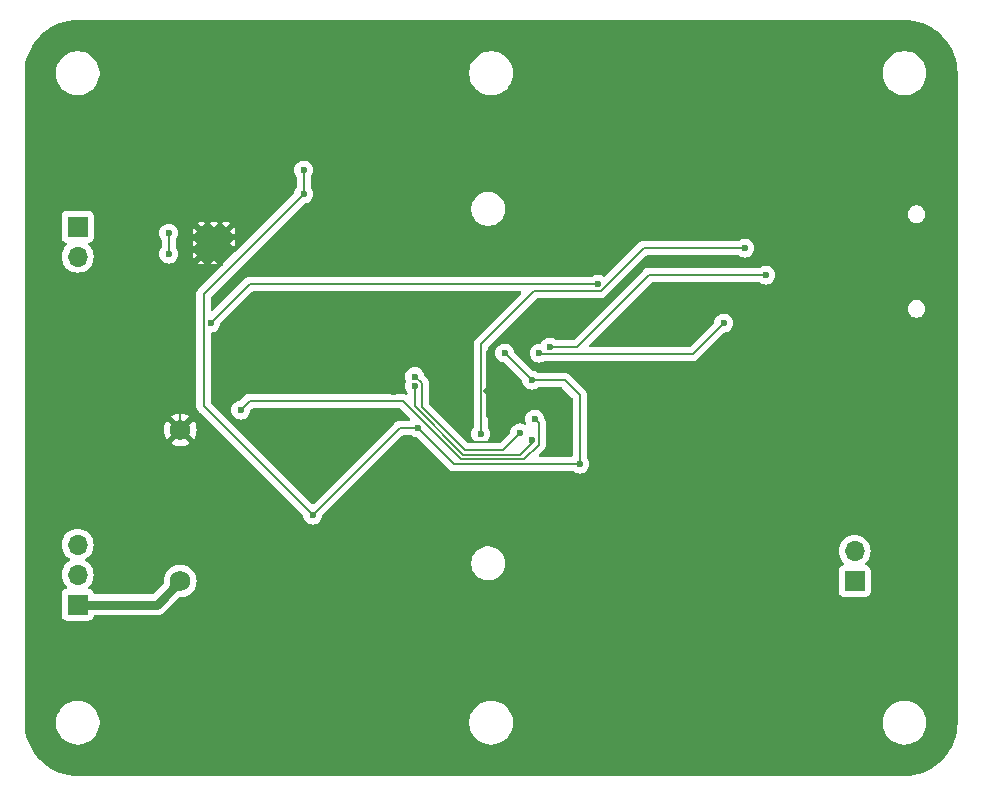
<source format=gbl>
%TF.GenerationSoftware,KiCad,Pcbnew,8.0.6-8.0.6-0~ubuntu24.04.1*%
%TF.CreationDate,2024-11-06T15:00:48+01:00*%
%TF.ProjectId,random_sampler,72616e64-6f6d-45f7-9361-6d706c65722e,rev?*%
%TF.SameCoordinates,Original*%
%TF.FileFunction,Copper,L2,Bot*%
%TF.FilePolarity,Positive*%
%FSLAX46Y46*%
G04 Gerber Fmt 4.6, Leading zero omitted, Abs format (unit mm)*
G04 Created by KiCad (PCBNEW 8.0.6-8.0.6-0~ubuntu24.04.1) date 2024-11-06 15:00:48*
%MOMM*%
%LPD*%
G01*
G04 APERTURE LIST*
%TA.AperFunction,ComponentPad*%
%ADD10R,1.700000X1.700000*%
%TD*%
%TA.AperFunction,ComponentPad*%
%ADD11O,1.700000X1.700000*%
%TD*%
%TA.AperFunction,HeatsinkPad*%
%ADD12C,0.500000*%
%TD*%
%TA.AperFunction,HeatsinkPad*%
%ADD13R,2.600000X2.600000*%
%TD*%
%TA.AperFunction,ComponentPad*%
%ADD14C,1.755000*%
%TD*%
%TA.AperFunction,ViaPad*%
%ADD15C,0.600000*%
%TD*%
%TA.AperFunction,ViaPad*%
%ADD16C,0.500000*%
%TD*%
%TA.AperFunction,Conductor*%
%ADD17C,0.750000*%
%TD*%
%TA.AperFunction,Conductor*%
%ADD18C,0.200000*%
%TD*%
G04 APERTURE END LIST*
D10*
%TO.P,J3,1,Pin_1*%
%TO.N,Net-(J3-Pin_1)*%
X70784000Y-48000000D03*
D11*
%TO.P,J3,2,Pin_2*%
%TO.N,Net-(J3-Pin_2)*%
X70784000Y-45460000D03*
%TD*%
D12*
%TO.P,U2,25,EP*%
%TO.N,GND*%
X17580000Y-18348500D03*
X16530000Y-18348500D03*
X15480000Y-18348500D03*
X17580000Y-19398500D03*
X16530000Y-19398500D03*
D13*
X16530000Y-19398500D03*
D12*
X15480000Y-19398500D03*
X17580000Y-20448500D03*
X16530000Y-20448500D03*
X15480000Y-20448500D03*
%TD*%
D14*
%TO.P,BT1,+*%
%TO.N,Net-(BT1-Pad+)*%
X13680000Y-48000000D03*
%TO.P,BT1,-*%
%TO.N,GND*%
X13680000Y-35200000D03*
%TD*%
D10*
%TO.P,J2,1,Pin_1*%
%TO.N,Net-(J2-Pin_1)*%
X5000000Y-18000000D03*
D11*
%TO.P,J2,2,Pin_2*%
%TO.N,Net-(J2-Pin_2)*%
X5000000Y-20540000D03*
%TD*%
D10*
%TO.P,SW2,1,1*%
%TO.N,Net-(BT1-Pad+)*%
X5000000Y-50000000D03*
D11*
%TO.P,SW2,2,2*%
%TO.N,Batt*%
X5000000Y-47460000D03*
%TO.P,SW2,3,3*%
%TO.N,Net-(R7-Pad2)*%
X5000000Y-44920000D03*
%TD*%
D15*
%TO.N,GND*%
X63246000Y-19050000D03*
D16*
X39600000Y-31914000D03*
X38072000Y-31914000D03*
D15*
X17145000Y-12573000D03*
X40894000Y-35306000D03*
X17780000Y-51943000D03*
D16*
X38072000Y-30370000D03*
D15*
X44323000Y-51816000D03*
D16*
X38072000Y-33450000D03*
X36530000Y-31914000D03*
D15*
X59944000Y-51689000D03*
X46228000Y-32512000D03*
X34798000Y-25146000D03*
X59563000Y-35306000D03*
X31750000Y-32004000D03*
X27813000Y-27051000D03*
X35179000Y-12446000D03*
X57785000Y-11430000D03*
X14732000Y-31496000D03*
X29591000Y-51943000D03*
%TO.N,+3V3*%
X24130000Y-15240000D03*
X24892000Y-42418000D03*
X41148000Y-28702000D03*
X43434000Y-30988000D03*
X24130000Y-13208000D03*
X33782000Y-35052000D03*
X47498000Y-38100000D03*
%TO.N,Batt*%
X49022000Y-22860000D03*
X12700000Y-20320000D03*
X16256000Y-26162000D03*
X12700000Y-18548500D03*
%TO.N,SD_DI*%
X61468000Y-19812000D03*
X39116000Y-35560000D03*
%TO.N,SD_DO*%
X59690000Y-26162000D03*
X44080597Y-28707089D03*
%TO.N,SD_SCLK*%
X44958000Y-28194000D03*
X63246000Y-22098000D03*
%TO.N,1V8_POW_EN*%
X18796000Y-33528000D03*
X43688000Y-34290000D03*
%TO.N,TX*%
X43434000Y-36068000D03*
X33528000Y-31496000D03*
%TO.N,RX*%
X42418000Y-35468000D03*
X33528000Y-30695997D03*
%TD*%
D17*
%TO.N,Net-(BT1-Pad+)*%
X13680000Y-48000000D02*
X11680000Y-50000000D01*
X11680000Y-50000000D02*
X5000000Y-50000000D01*
D18*
%TO.N,GND*%
X37145000Y-34605000D02*
X35052000Y-32512000D01*
X38072000Y-33450000D02*
X38072000Y-33678000D01*
X43561000Y-29718000D02*
X41529000Y-27686000D01*
X41529000Y-27686000D02*
X40513000Y-27686000D01*
X41494000Y-35468000D02*
X40767000Y-36195000D01*
X38072000Y-31914000D02*
X36530000Y-31914000D01*
X40767000Y-36195000D02*
X38227000Y-36195000D01*
X41494000Y-34452000D02*
X41494000Y-35468000D01*
X33655000Y-29210000D02*
X32512000Y-29210000D01*
X40513000Y-27686000D02*
X39624000Y-28575000D01*
X32512000Y-29210000D02*
X31750000Y-29972000D01*
X39624000Y-28575000D02*
X39624000Y-34036000D01*
X38072000Y-33678000D02*
X37145000Y-34605000D01*
X38072000Y-33450000D02*
X38072000Y-31914000D01*
X34798000Y-25146000D02*
X31750000Y-28194000D01*
X31750000Y-29972000D02*
X31750000Y-32004000D01*
X38072000Y-31914000D02*
X38072000Y-30370000D01*
X64262000Y-20066000D02*
X64262000Y-23368000D01*
X35052000Y-32512000D02*
X35052000Y-30607000D01*
X43434000Y-32512000D02*
X41494000Y-34452000D01*
X35052000Y-30607000D02*
X33655000Y-29210000D01*
X39624000Y-34036000D02*
X40894000Y-35306000D01*
X31750000Y-28194000D02*
X31750000Y-29972000D01*
X46228000Y-32512000D02*
X43434000Y-32512000D01*
X64262000Y-23368000D02*
X57912000Y-29718000D01*
X63246000Y-19050000D02*
X64262000Y-20066000D01*
X38227000Y-36195000D02*
X37145000Y-35113000D01*
X13680000Y-32548000D02*
X14732000Y-31496000D01*
X37145000Y-35113000D02*
X37145000Y-34605000D01*
X13680000Y-35200000D02*
X13680000Y-32548000D01*
X57912000Y-29718000D02*
X43561000Y-29718000D01*
%TO.N,+3V3*%
X47498000Y-32258000D02*
X47498000Y-38100000D01*
X32258000Y-35052000D02*
X33782000Y-35052000D01*
X24130000Y-13208000D02*
X24130000Y-15240000D01*
X46228000Y-30988000D02*
X47498000Y-32258000D01*
X15656000Y-23714000D02*
X15656000Y-33182000D01*
X15656000Y-33182000D02*
X24892000Y-42418000D01*
X24130000Y-15240000D02*
X15656000Y-23714000D01*
X43434000Y-30988000D02*
X41148000Y-28702000D01*
X43434000Y-30988000D02*
X46228000Y-30988000D01*
X33782000Y-35052000D02*
X36830000Y-38100000D01*
X24892000Y-42418000D02*
X32258000Y-35052000D01*
X36830000Y-38100000D02*
X47498000Y-38100000D01*
%TO.N,Batt*%
X49022000Y-22860000D02*
X19558000Y-22860000D01*
X12700000Y-18548500D02*
X12700000Y-20320000D01*
X19558000Y-22860000D02*
X16256000Y-26162000D01*
%TO.N,SD_DI*%
X52918529Y-19812000D02*
X61468000Y-19812000D01*
X43596000Y-23460000D02*
X49270529Y-23460000D01*
X49270529Y-23460000D02*
X52918529Y-19812000D01*
X39116000Y-35560000D02*
X39116000Y-27940000D01*
X39116000Y-27940000D02*
X43596000Y-23460000D01*
%TO.N,SD_DO*%
X57058000Y-28794000D02*
X59690000Y-26162000D01*
X44167508Y-28794000D02*
X57058000Y-28794000D01*
X44080597Y-28707089D02*
X44167508Y-28794000D01*
%TO.N,SD_SCLK*%
X47244000Y-28194000D02*
X53340000Y-22098000D01*
X44958000Y-28194000D02*
X47244000Y-28194000D01*
X53340000Y-22098000D02*
X63246000Y-22098000D01*
%TO.N,1V8_POW_EN*%
X37446000Y-37700000D02*
X32512000Y-32766000D01*
X19558000Y-32766000D02*
X18796000Y-33528000D01*
X44034000Y-34636000D02*
X44034000Y-36484000D01*
X44034000Y-36484000D02*
X42818000Y-37700000D01*
X32512000Y-32766000D02*
X19558000Y-32766000D01*
X42818000Y-37700000D02*
X37446000Y-37700000D01*
X43688000Y-34290000D02*
X44034000Y-34636000D01*
%TO.N,TX*%
X43434000Y-36068000D02*
X43434000Y-36322000D01*
X43434000Y-36322000D02*
X42456000Y-37300000D01*
X33528000Y-33216314D02*
X33528000Y-31496000D01*
X37611686Y-37300000D02*
X33528000Y-33216314D01*
X42456000Y-37300000D02*
X37611686Y-37300000D01*
%TO.N,RX*%
X40986000Y-36900000D02*
X37777372Y-36900000D01*
X37777372Y-36900000D02*
X34128000Y-33250628D01*
X42418000Y-35468000D02*
X40986000Y-36900000D01*
X34128000Y-33250628D02*
X34128000Y-31247471D01*
X34128000Y-31247471D02*
X33576526Y-30695997D01*
X33576526Y-30695997D02*
X33528000Y-30695997D01*
%TD*%
%TA.AperFunction,Conductor*%
%TO.N,GND*%
G36*
X42513941Y-23480185D02*
G01*
X42559696Y-23532989D01*
X42569640Y-23602147D01*
X42540615Y-23665703D01*
X42534583Y-23672181D01*
X38635482Y-27571281D01*
X38635480Y-27571283D01*
X38628075Y-27584109D01*
X38622654Y-27593500D01*
X38556423Y-27708215D01*
X38515499Y-27860943D01*
X38515499Y-27860945D01*
X38515499Y-28029046D01*
X38515500Y-28029059D01*
X38515500Y-34977587D01*
X38495815Y-35044626D01*
X38488450Y-35054896D01*
X38486186Y-35057734D01*
X38390211Y-35210476D01*
X38330631Y-35380745D01*
X38330630Y-35380750D01*
X38310435Y-35559996D01*
X38310435Y-35560003D01*
X38330630Y-35739249D01*
X38330631Y-35739254D01*
X38390211Y-35909523D01*
X38486184Y-36062262D01*
X38511741Y-36087819D01*
X38545226Y-36149142D01*
X38540242Y-36218834D01*
X38498370Y-36274767D01*
X38432906Y-36299184D01*
X38424060Y-36299500D01*
X38077469Y-36299500D01*
X38010430Y-36279815D01*
X37989788Y-36263181D01*
X34764819Y-33038212D01*
X34731334Y-32976889D01*
X34728500Y-32950531D01*
X34728500Y-31336530D01*
X34728501Y-31336517D01*
X34728501Y-31168416D01*
X34728501Y-31168414D01*
X34687577Y-31015686D01*
X34636825Y-30927782D01*
X34608520Y-30878755D01*
X34496716Y-30766951D01*
X34496715Y-30766950D01*
X34492385Y-30762620D01*
X34492374Y-30762610D01*
X34352539Y-30622775D01*
X34319054Y-30561452D01*
X34317001Y-30548989D01*
X34313368Y-30516742D01*
X34253789Y-30346475D01*
X34157816Y-30193735D01*
X34030262Y-30066181D01*
X33877523Y-29970208D01*
X33707254Y-29910628D01*
X33707249Y-29910627D01*
X33528004Y-29890432D01*
X33527996Y-29890432D01*
X33348750Y-29910627D01*
X33348745Y-29910628D01*
X33178476Y-29970208D01*
X33025737Y-30066181D01*
X32898184Y-30193734D01*
X32802211Y-30346473D01*
X32742631Y-30516742D01*
X32742630Y-30516747D01*
X32722435Y-30695993D01*
X32722435Y-30696000D01*
X32742630Y-30875246D01*
X32742633Y-30875259D01*
X32804510Y-31052091D01*
X32802366Y-31052840D01*
X32811960Y-31111158D01*
X32803612Y-31139592D01*
X32804510Y-31139906D01*
X32742633Y-31316737D01*
X32742630Y-31316750D01*
X32722435Y-31495996D01*
X32722435Y-31496003D01*
X32742630Y-31675249D01*
X32742631Y-31675254D01*
X32802211Y-31845523D01*
X32898185Y-31998263D01*
X32900445Y-32001097D01*
X32901334Y-32003275D01*
X32901889Y-32004158D01*
X32901734Y-32004255D01*
X32926855Y-32065783D01*
X32927500Y-32078412D01*
X32927500Y-32097716D01*
X32907815Y-32164755D01*
X32855011Y-32210510D01*
X32785853Y-32220454D01*
X32751669Y-32208624D01*
X32751293Y-32209533D01*
X32743787Y-32206424D01*
X32743786Y-32206423D01*
X32743785Y-32206423D01*
X32591057Y-32165499D01*
X32432943Y-32165499D01*
X32425347Y-32165499D01*
X32425331Y-32165500D01*
X19644670Y-32165500D01*
X19644654Y-32165499D01*
X19637058Y-32165499D01*
X19478943Y-32165499D01*
X19402579Y-32185961D01*
X19326214Y-32206423D01*
X19326209Y-32206426D01*
X19189290Y-32285475D01*
X19189282Y-32285481D01*
X18777465Y-32697298D01*
X18716142Y-32730783D01*
X18703668Y-32732837D01*
X18616750Y-32742630D01*
X18446478Y-32802210D01*
X18293737Y-32898184D01*
X18166184Y-33025737D01*
X18070211Y-33178476D01*
X18010631Y-33348745D01*
X18010630Y-33348750D01*
X17990435Y-33527996D01*
X17990435Y-33528003D01*
X18010630Y-33707249D01*
X18010631Y-33707254D01*
X18070211Y-33877523D01*
X18109769Y-33940478D01*
X18166184Y-34030262D01*
X18293738Y-34157816D01*
X18446478Y-34253789D01*
X18549952Y-34289996D01*
X18616745Y-34313368D01*
X18616750Y-34313369D01*
X18795996Y-34333565D01*
X18796000Y-34333565D01*
X18796004Y-34333565D01*
X18975249Y-34313369D01*
X18975252Y-34313368D01*
X18975255Y-34313368D01*
X19145522Y-34253789D01*
X19298262Y-34157816D01*
X19425816Y-34030262D01*
X19521789Y-33877522D01*
X19581368Y-33707255D01*
X19591161Y-33620329D01*
X19618226Y-33555919D01*
X19626701Y-33546533D01*
X19770419Y-33402818D01*
X19831742Y-33369334D01*
X19858099Y-33366500D01*
X32211903Y-33366500D01*
X32278942Y-33386185D01*
X32299584Y-33402819D01*
X33136584Y-34239819D01*
X33170069Y-34301142D01*
X33165085Y-34370834D01*
X33123213Y-34426767D01*
X33057749Y-34451184D01*
X33048903Y-34451500D01*
X32337057Y-34451500D01*
X32178943Y-34451500D01*
X32026215Y-34492423D01*
X32026214Y-34492423D01*
X32026212Y-34492424D01*
X32026209Y-34492425D01*
X31991066Y-34512716D01*
X31991064Y-34512717D01*
X31889290Y-34571475D01*
X31889282Y-34571481D01*
X31777478Y-34683286D01*
X24979680Y-41481083D01*
X24918357Y-41514568D01*
X24848665Y-41509584D01*
X24804318Y-41481083D01*
X16292819Y-32969584D01*
X16259334Y-32908261D01*
X16256500Y-32881903D01*
X16256500Y-27078321D01*
X16276185Y-27011282D01*
X16328989Y-26965527D01*
X16366612Y-26955101D01*
X16435255Y-26947368D01*
X16605522Y-26887789D01*
X16758262Y-26791816D01*
X16885816Y-26664262D01*
X16981789Y-26511522D01*
X17041368Y-26341255D01*
X17051161Y-26254329D01*
X17078226Y-26189918D01*
X17086690Y-26180543D01*
X19770416Y-23496819D01*
X19831739Y-23463334D01*
X19858097Y-23460500D01*
X42446902Y-23460500D01*
X42513941Y-23480185D01*
G37*
%TD.AperFunction*%
%TA.AperFunction,Conductor*%
G36*
X75002702Y-500617D02*
G01*
X75386771Y-517386D01*
X75397506Y-518326D01*
X75775971Y-568152D01*
X75786597Y-570025D01*
X76159284Y-652648D01*
X76169710Y-655442D01*
X76533765Y-770227D01*
X76543911Y-773920D01*
X76896578Y-920000D01*
X76906369Y-924566D01*
X77244942Y-1100816D01*
X77254310Y-1106224D01*
X77576244Y-1311318D01*
X77585105Y-1317523D01*
X77887930Y-1549889D01*
X77896217Y-1556843D01*
X78177635Y-1814715D01*
X78185284Y-1822364D01*
X78443156Y-2103782D01*
X78450110Y-2112069D01*
X78682476Y-2414894D01*
X78688681Y-2423755D01*
X78893775Y-2745689D01*
X78899183Y-2755057D01*
X79075430Y-3093623D01*
X79080002Y-3103427D01*
X79226075Y-3456078D01*
X79229775Y-3466244D01*
X79344554Y-3830278D01*
X79347354Y-3840727D01*
X79429971Y-4213389D01*
X79431849Y-4224042D01*
X79481671Y-4602473D01*
X79482614Y-4613249D01*
X79499382Y-4997297D01*
X79499500Y-5002706D01*
X79499500Y-59997293D01*
X79499382Y-60002702D01*
X79482614Y-60386750D01*
X79481671Y-60397526D01*
X79431849Y-60775957D01*
X79429971Y-60786610D01*
X79347354Y-61159272D01*
X79344554Y-61169721D01*
X79229775Y-61533755D01*
X79226075Y-61543921D01*
X79080002Y-61896572D01*
X79075430Y-61906376D01*
X78899183Y-62244942D01*
X78893775Y-62254310D01*
X78688681Y-62576244D01*
X78682476Y-62585105D01*
X78450110Y-62887930D01*
X78443156Y-62896217D01*
X78185284Y-63177635D01*
X78177635Y-63185284D01*
X77896217Y-63443156D01*
X77887930Y-63450110D01*
X77585105Y-63682476D01*
X77576244Y-63688681D01*
X77254310Y-63893775D01*
X77244942Y-63899183D01*
X76906376Y-64075430D01*
X76896572Y-64080002D01*
X76543921Y-64226075D01*
X76533755Y-64229775D01*
X76169721Y-64344554D01*
X76159272Y-64347354D01*
X75786610Y-64429971D01*
X75775957Y-64431849D01*
X75397526Y-64481671D01*
X75386750Y-64482614D01*
X75002703Y-64499382D01*
X74997294Y-64499500D01*
X5002706Y-64499500D01*
X4997297Y-64499382D01*
X4613249Y-64482614D01*
X4602473Y-64481671D01*
X4224042Y-64431849D01*
X4213389Y-64429971D01*
X3840727Y-64347354D01*
X3830278Y-64344554D01*
X3466244Y-64229775D01*
X3456078Y-64226075D01*
X3103427Y-64080002D01*
X3093623Y-64075430D01*
X2755057Y-63899183D01*
X2745689Y-63893775D01*
X2423755Y-63688681D01*
X2414894Y-63682476D01*
X2112069Y-63450110D01*
X2103782Y-63443156D01*
X1822364Y-63185284D01*
X1814715Y-63177635D01*
X1556843Y-62896217D01*
X1549889Y-62887930D01*
X1317523Y-62585105D01*
X1311318Y-62576244D01*
X1106224Y-62254310D01*
X1100816Y-62244942D01*
X924569Y-61906376D01*
X919997Y-61896572D01*
X773920Y-61543911D01*
X770224Y-61533755D01*
X655442Y-61169710D01*
X652648Y-61159284D01*
X570025Y-60786597D01*
X568152Y-60775971D01*
X518326Y-60397506D01*
X517386Y-60386771D01*
X500618Y-60002702D01*
X500500Y-59997293D01*
X500500Y-59878711D01*
X3149500Y-59878711D01*
X3149500Y-60121288D01*
X3181161Y-60361785D01*
X3243947Y-60596104D01*
X3336773Y-60820205D01*
X3336776Y-60820212D01*
X3458064Y-61030289D01*
X3458066Y-61030292D01*
X3458067Y-61030293D01*
X3605733Y-61222736D01*
X3605739Y-61222743D01*
X3777256Y-61394260D01*
X3777262Y-61394265D01*
X3969711Y-61541936D01*
X4179788Y-61663224D01*
X4403900Y-61756054D01*
X4638211Y-61818838D01*
X4818586Y-61842584D01*
X4878711Y-61850500D01*
X4878712Y-61850500D01*
X5121289Y-61850500D01*
X5169388Y-61844167D01*
X5361789Y-61818838D01*
X5596100Y-61756054D01*
X5820212Y-61663224D01*
X6030289Y-61541936D01*
X6222738Y-61394265D01*
X6394265Y-61222738D01*
X6541936Y-61030289D01*
X6663224Y-60820212D01*
X6756054Y-60596100D01*
X6818838Y-60361789D01*
X6850500Y-60121288D01*
X6850500Y-59878712D01*
X6850500Y-59878711D01*
X38149500Y-59878711D01*
X38149500Y-60121288D01*
X38181161Y-60361785D01*
X38243947Y-60596104D01*
X38336773Y-60820205D01*
X38336776Y-60820212D01*
X38458064Y-61030289D01*
X38458066Y-61030292D01*
X38458067Y-61030293D01*
X38605733Y-61222736D01*
X38605739Y-61222743D01*
X38777256Y-61394260D01*
X38777262Y-61394265D01*
X38969711Y-61541936D01*
X39179788Y-61663224D01*
X39403900Y-61756054D01*
X39638211Y-61818838D01*
X39818586Y-61842584D01*
X39878711Y-61850500D01*
X39878712Y-61850500D01*
X40121289Y-61850500D01*
X40169388Y-61844167D01*
X40361789Y-61818838D01*
X40596100Y-61756054D01*
X40820212Y-61663224D01*
X41030289Y-61541936D01*
X41222738Y-61394265D01*
X41394265Y-61222738D01*
X41541936Y-61030289D01*
X41663224Y-60820212D01*
X41756054Y-60596100D01*
X41818838Y-60361789D01*
X41850500Y-60121288D01*
X41850500Y-59878712D01*
X41850500Y-59878711D01*
X73149500Y-59878711D01*
X73149500Y-60121288D01*
X73181161Y-60361785D01*
X73243947Y-60596104D01*
X73336773Y-60820205D01*
X73336776Y-60820212D01*
X73458064Y-61030289D01*
X73458066Y-61030292D01*
X73458067Y-61030293D01*
X73605733Y-61222736D01*
X73605739Y-61222743D01*
X73777256Y-61394260D01*
X73777262Y-61394265D01*
X73969711Y-61541936D01*
X74179788Y-61663224D01*
X74403900Y-61756054D01*
X74638211Y-61818838D01*
X74818586Y-61842584D01*
X74878711Y-61850500D01*
X74878712Y-61850500D01*
X75121289Y-61850500D01*
X75169388Y-61844167D01*
X75361789Y-61818838D01*
X75596100Y-61756054D01*
X75820212Y-61663224D01*
X76030289Y-61541936D01*
X76222738Y-61394265D01*
X76394265Y-61222738D01*
X76541936Y-61030289D01*
X76663224Y-60820212D01*
X76756054Y-60596100D01*
X76818838Y-60361789D01*
X76850500Y-60121288D01*
X76850500Y-59878712D01*
X76818838Y-59638211D01*
X76756054Y-59403900D01*
X76663224Y-59179788D01*
X76541936Y-58969711D01*
X76394265Y-58777262D01*
X76394260Y-58777256D01*
X76222743Y-58605739D01*
X76222736Y-58605733D01*
X76030293Y-58458067D01*
X76030292Y-58458066D01*
X76030289Y-58458064D01*
X75820212Y-58336776D01*
X75820205Y-58336773D01*
X75596104Y-58243947D01*
X75361785Y-58181161D01*
X75121289Y-58149500D01*
X75121288Y-58149500D01*
X74878712Y-58149500D01*
X74878711Y-58149500D01*
X74638214Y-58181161D01*
X74403895Y-58243947D01*
X74179794Y-58336773D01*
X74179785Y-58336777D01*
X73969706Y-58458067D01*
X73777263Y-58605733D01*
X73777256Y-58605739D01*
X73605739Y-58777256D01*
X73605733Y-58777263D01*
X73458067Y-58969706D01*
X73336777Y-59179785D01*
X73336773Y-59179794D01*
X73243947Y-59403895D01*
X73181161Y-59638214D01*
X73149500Y-59878711D01*
X41850500Y-59878711D01*
X41818838Y-59638211D01*
X41756054Y-59403900D01*
X41663224Y-59179788D01*
X41541936Y-58969711D01*
X41394265Y-58777262D01*
X41394260Y-58777256D01*
X41222743Y-58605739D01*
X41222736Y-58605733D01*
X41030293Y-58458067D01*
X41030292Y-58458066D01*
X41030289Y-58458064D01*
X40820212Y-58336776D01*
X40820205Y-58336773D01*
X40596104Y-58243947D01*
X40361785Y-58181161D01*
X40121289Y-58149500D01*
X40121288Y-58149500D01*
X39878712Y-58149500D01*
X39878711Y-58149500D01*
X39638214Y-58181161D01*
X39403895Y-58243947D01*
X39179794Y-58336773D01*
X39179785Y-58336777D01*
X38969706Y-58458067D01*
X38777263Y-58605733D01*
X38777256Y-58605739D01*
X38605739Y-58777256D01*
X38605733Y-58777263D01*
X38458067Y-58969706D01*
X38336777Y-59179785D01*
X38336773Y-59179794D01*
X38243947Y-59403895D01*
X38181161Y-59638214D01*
X38149500Y-59878711D01*
X6850500Y-59878711D01*
X6818838Y-59638211D01*
X6756054Y-59403900D01*
X6663224Y-59179788D01*
X6541936Y-58969711D01*
X6394265Y-58777262D01*
X6394260Y-58777256D01*
X6222743Y-58605739D01*
X6222736Y-58605733D01*
X6030293Y-58458067D01*
X6030292Y-58458066D01*
X6030289Y-58458064D01*
X5820212Y-58336776D01*
X5820205Y-58336773D01*
X5596104Y-58243947D01*
X5361785Y-58181161D01*
X5121289Y-58149500D01*
X5121288Y-58149500D01*
X4878712Y-58149500D01*
X4878711Y-58149500D01*
X4638214Y-58181161D01*
X4403895Y-58243947D01*
X4179794Y-58336773D01*
X4179785Y-58336777D01*
X3969706Y-58458067D01*
X3777263Y-58605733D01*
X3777256Y-58605739D01*
X3605739Y-58777256D01*
X3605733Y-58777263D01*
X3458067Y-58969706D01*
X3336777Y-59179785D01*
X3336773Y-59179794D01*
X3243947Y-59403895D01*
X3181161Y-59638214D01*
X3149500Y-59878711D01*
X500500Y-59878711D01*
X500500Y-44919999D01*
X3644341Y-44919999D01*
X3644341Y-44920000D01*
X3664936Y-45155403D01*
X3664938Y-45155413D01*
X3726094Y-45383655D01*
X3726096Y-45383659D01*
X3726097Y-45383663D01*
X3761694Y-45460000D01*
X3825965Y-45597830D01*
X3825967Y-45597834D01*
X3961501Y-45791395D01*
X3961506Y-45791402D01*
X4128597Y-45958493D01*
X4128603Y-45958498D01*
X4314158Y-46088425D01*
X4357783Y-46143002D01*
X4364977Y-46212500D01*
X4333454Y-46274855D01*
X4314158Y-46291575D01*
X4128597Y-46421505D01*
X3961505Y-46588597D01*
X3825965Y-46782169D01*
X3825964Y-46782171D01*
X3726098Y-46996335D01*
X3726094Y-46996344D01*
X3664938Y-47224586D01*
X3664936Y-47224596D01*
X3644341Y-47459999D01*
X3644341Y-47460000D01*
X3664936Y-47695403D01*
X3664938Y-47695413D01*
X3726094Y-47923655D01*
X3726096Y-47923659D01*
X3726097Y-47923663D01*
X3731617Y-47935500D01*
X3825965Y-48137830D01*
X3825967Y-48137834D01*
X3888815Y-48227589D01*
X3961501Y-48331396D01*
X3961506Y-48331402D01*
X4083430Y-48453326D01*
X4116915Y-48514649D01*
X4111931Y-48584341D01*
X4070059Y-48640274D01*
X4039083Y-48657189D01*
X3907669Y-48706203D01*
X3907664Y-48706206D01*
X3792455Y-48792452D01*
X3792452Y-48792455D01*
X3706206Y-48907664D01*
X3706202Y-48907671D01*
X3655908Y-49042517D01*
X3649501Y-49102116D01*
X3649500Y-49102135D01*
X3649500Y-50897870D01*
X3649501Y-50897876D01*
X3655908Y-50957483D01*
X3706202Y-51092328D01*
X3706206Y-51092335D01*
X3792452Y-51207544D01*
X3792455Y-51207547D01*
X3907664Y-51293793D01*
X3907671Y-51293797D01*
X4042517Y-51344091D01*
X4042516Y-51344091D01*
X4049444Y-51344835D01*
X4102127Y-51350500D01*
X5897872Y-51350499D01*
X5957483Y-51344091D01*
X6092331Y-51293796D01*
X6207546Y-51207546D01*
X6293796Y-51092331D01*
X6344091Y-50957483D01*
X6344090Y-50957483D01*
X6344582Y-50956167D01*
X6386453Y-50900233D01*
X6451917Y-50875816D01*
X6460764Y-50875500D01*
X11766231Y-50875500D01*
X11766232Y-50875499D01*
X11935374Y-50841855D01*
X12094705Y-50775858D01*
X12238099Y-50680045D01*
X13503824Y-49414318D01*
X13565147Y-49380834D01*
X13591505Y-49378000D01*
X13794184Y-49378000D01*
X14019438Y-49340412D01*
X14235434Y-49266261D01*
X14436278Y-49157569D01*
X14616493Y-49017302D01*
X14771163Y-48849286D01*
X14896069Y-48658103D01*
X14987803Y-48448969D01*
X15043864Y-48227589D01*
X15050735Y-48144672D01*
X15062723Y-48000005D01*
X15062723Y-47999994D01*
X15043865Y-47772419D01*
X15043863Y-47772407D01*
X14987803Y-47551032D01*
X14896069Y-47341897D01*
X14771165Y-47150716D01*
X14679407Y-47051041D01*
X14616493Y-46982698D01*
X14436278Y-46842431D01*
X14436276Y-46842430D01*
X14436275Y-46842429D01*
X14235435Y-46733739D01*
X14235430Y-46733737D01*
X14019440Y-46659588D01*
X13794184Y-46622000D01*
X13565816Y-46622000D01*
X13340559Y-46659588D01*
X13124569Y-46733737D01*
X13124564Y-46733739D01*
X12923724Y-46842429D01*
X12743508Y-46982697D01*
X12588834Y-47150716D01*
X12463930Y-47341897D01*
X12372196Y-47551032D01*
X12316136Y-47772407D01*
X12316134Y-47772419D01*
X12297277Y-47999994D01*
X12297277Y-48000000D01*
X12303594Y-48076236D01*
X12289512Y-48144672D01*
X12267698Y-48174156D01*
X11353675Y-49088181D01*
X11292352Y-49121666D01*
X11265994Y-49124500D01*
X6460764Y-49124500D01*
X6393725Y-49104815D01*
X6347970Y-49052011D01*
X6344582Y-49043833D01*
X6293797Y-48907671D01*
X6293793Y-48907664D01*
X6207547Y-48792455D01*
X6207544Y-48792452D01*
X6092335Y-48706206D01*
X6092328Y-48706202D01*
X5960917Y-48657189D01*
X5904983Y-48615318D01*
X5880566Y-48549853D01*
X5895418Y-48481580D01*
X5916563Y-48453332D01*
X6038495Y-48331401D01*
X6174035Y-48137830D01*
X6273903Y-47923663D01*
X6335063Y-47695408D01*
X6355659Y-47460000D01*
X6335063Y-47224592D01*
X6273903Y-46996337D01*
X6174035Y-46782171D01*
X6140122Y-46733737D01*
X6038494Y-46588597D01*
X5871402Y-46421506D01*
X5871396Y-46421501D01*
X5822158Y-46387024D01*
X38314500Y-46387024D01*
X38314500Y-46612976D01*
X38318824Y-46640274D01*
X38349847Y-46836148D01*
X38419668Y-47051038D01*
X38419669Y-47051041D01*
X38522250Y-47252366D01*
X38655062Y-47435166D01*
X38814834Y-47594938D01*
X38997634Y-47727750D01*
X39085286Y-47772411D01*
X39198958Y-47830330D01*
X39198961Y-47830331D01*
X39306406Y-47865241D01*
X39413853Y-47900153D01*
X39637024Y-47935500D01*
X39637025Y-47935500D01*
X39862975Y-47935500D01*
X39862976Y-47935500D01*
X40086147Y-47900153D01*
X40301041Y-47830330D01*
X40502366Y-47727750D01*
X40685166Y-47594938D01*
X40844938Y-47435166D01*
X40977750Y-47252366D01*
X41080330Y-47051041D01*
X41150153Y-46836147D01*
X41185500Y-46612976D01*
X41185500Y-46387024D01*
X41150153Y-46163853D01*
X41115241Y-46056406D01*
X41080331Y-45948961D01*
X41080330Y-45948958D01*
X40977749Y-45747633D01*
X40939809Y-45695413D01*
X40844938Y-45564834D01*
X40740103Y-45459999D01*
X69428341Y-45459999D01*
X69428341Y-45460000D01*
X69448936Y-45695403D01*
X69448938Y-45695413D01*
X69510094Y-45923655D01*
X69510096Y-45923659D01*
X69510097Y-45923663D01*
X69526341Y-45958498D01*
X69609965Y-46137830D01*
X69609967Y-46137834D01*
X69679403Y-46236998D01*
X69745501Y-46331396D01*
X69745506Y-46331402D01*
X69867430Y-46453326D01*
X69900915Y-46514649D01*
X69895931Y-46584341D01*
X69854059Y-46640274D01*
X69823083Y-46657189D01*
X69691669Y-46706203D01*
X69691664Y-46706206D01*
X69576455Y-46792452D01*
X69576452Y-46792455D01*
X69490206Y-46907664D01*
X69490202Y-46907671D01*
X69439908Y-47042517D01*
X69433501Y-47102116D01*
X69433501Y-47102123D01*
X69433500Y-47102135D01*
X69433500Y-48897870D01*
X69433501Y-48897876D01*
X69439908Y-48957483D01*
X69490202Y-49092328D01*
X69490206Y-49092335D01*
X69576452Y-49207544D01*
X69576455Y-49207547D01*
X69691664Y-49293793D01*
X69691671Y-49293797D01*
X69826517Y-49344091D01*
X69826516Y-49344091D01*
X69833444Y-49344835D01*
X69886127Y-49350500D01*
X71681872Y-49350499D01*
X71741483Y-49344091D01*
X71876331Y-49293796D01*
X71991546Y-49207546D01*
X72077796Y-49092331D01*
X72128091Y-48957483D01*
X72134500Y-48897873D01*
X72134499Y-47102128D01*
X72128091Y-47042517D01*
X72110866Y-46996335D01*
X72077797Y-46907671D01*
X72077793Y-46907664D01*
X71991547Y-46792455D01*
X71991544Y-46792452D01*
X71876335Y-46706206D01*
X71876328Y-46706202D01*
X71744917Y-46657189D01*
X71688983Y-46615318D01*
X71664566Y-46549853D01*
X71679418Y-46481580D01*
X71700563Y-46453332D01*
X71822495Y-46331401D01*
X71958035Y-46137830D01*
X72057903Y-45923663D01*
X72119063Y-45695408D01*
X72139659Y-45460000D01*
X72119063Y-45224592D01*
X72057903Y-44996337D01*
X71958035Y-44782171D01*
X71822495Y-44588599D01*
X71822494Y-44588597D01*
X71655402Y-44421506D01*
X71655395Y-44421501D01*
X71461834Y-44285967D01*
X71461830Y-44285965D01*
X71461828Y-44285964D01*
X71247663Y-44186097D01*
X71247659Y-44186096D01*
X71247655Y-44186094D01*
X71019413Y-44124938D01*
X71019403Y-44124936D01*
X70784001Y-44104341D01*
X70783999Y-44104341D01*
X70548596Y-44124936D01*
X70548586Y-44124938D01*
X70320344Y-44186094D01*
X70320335Y-44186098D01*
X70106171Y-44285964D01*
X70106169Y-44285965D01*
X69912597Y-44421505D01*
X69745505Y-44588597D01*
X69609965Y-44782169D01*
X69609964Y-44782171D01*
X69510098Y-44996335D01*
X69510094Y-44996344D01*
X69448938Y-45224586D01*
X69448936Y-45224596D01*
X69428341Y-45459999D01*
X40740103Y-45459999D01*
X40685166Y-45405062D01*
X40502366Y-45272250D01*
X40408840Y-45224596D01*
X40301041Y-45169669D01*
X40301038Y-45169668D01*
X40086148Y-45099847D01*
X39974561Y-45082173D01*
X39862976Y-45064500D01*
X39637024Y-45064500D01*
X39562633Y-45076282D01*
X39413851Y-45099847D01*
X39198961Y-45169668D01*
X39198958Y-45169669D01*
X38997633Y-45272250D01*
X38893339Y-45348024D01*
X38814834Y-45405062D01*
X38814832Y-45405064D01*
X38814831Y-45405064D01*
X38655064Y-45564831D01*
X38655064Y-45564832D01*
X38655062Y-45564834D01*
X38631089Y-45597830D01*
X38522250Y-45747633D01*
X38419669Y-45948958D01*
X38419668Y-45948961D01*
X38349847Y-46163851D01*
X38342142Y-46212500D01*
X38314500Y-46387024D01*
X5822158Y-46387024D01*
X5685842Y-46291575D01*
X5642217Y-46236998D01*
X5635023Y-46167500D01*
X5666546Y-46105145D01*
X5685842Y-46088425D01*
X5708026Y-46072891D01*
X5871401Y-45958495D01*
X6038495Y-45791401D01*
X6174035Y-45597830D01*
X6273903Y-45383663D01*
X6335063Y-45155408D01*
X6355659Y-44920000D01*
X6335063Y-44684592D01*
X6273903Y-44456337D01*
X6174035Y-44242171D01*
X6134773Y-44186098D01*
X6038494Y-44048597D01*
X5871402Y-43881506D01*
X5871395Y-43881501D01*
X5677834Y-43745967D01*
X5677830Y-43745965D01*
X5677828Y-43745964D01*
X5463663Y-43646097D01*
X5463659Y-43646096D01*
X5463655Y-43646094D01*
X5235413Y-43584938D01*
X5235403Y-43584936D01*
X5000001Y-43564341D01*
X4999999Y-43564341D01*
X4764596Y-43584936D01*
X4764586Y-43584938D01*
X4536344Y-43646094D01*
X4536335Y-43646098D01*
X4322171Y-43745964D01*
X4322169Y-43745965D01*
X4128597Y-43881505D01*
X3961505Y-44048597D01*
X3825965Y-44242169D01*
X3825964Y-44242171D01*
X3726098Y-44456335D01*
X3726094Y-44456344D01*
X3664938Y-44684586D01*
X3664936Y-44684596D01*
X3644341Y-44919999D01*
X500500Y-44919999D01*
X500500Y-35199994D01*
X12297779Y-35199994D01*
X12297779Y-35200005D01*
X12316629Y-35427497D01*
X12316631Y-35427509D01*
X12372671Y-35648804D01*
X12464371Y-35857860D01*
X12545068Y-35981376D01*
X13127634Y-35398810D01*
X13134867Y-35425802D01*
X13211883Y-35559198D01*
X13320802Y-35668117D01*
X13454198Y-35745133D01*
X13481187Y-35752364D01*
X12897233Y-36336318D01*
X12923999Y-36357149D01*
X13124766Y-36465800D01*
X13124771Y-36465802D01*
X13340682Y-36539924D01*
X13565858Y-36577500D01*
X13794142Y-36577500D01*
X14019317Y-36539924D01*
X14235228Y-36465802D01*
X14235233Y-36465800D01*
X14436004Y-36357147D01*
X14462764Y-36336319D01*
X14462764Y-36336318D01*
X13878812Y-35752364D01*
X13905802Y-35745133D01*
X14039198Y-35668117D01*
X14148117Y-35559198D01*
X14225133Y-35425802D01*
X14232364Y-35398811D01*
X14814930Y-35981377D01*
X14895626Y-35857865D01*
X14987328Y-35648804D01*
X15043368Y-35427509D01*
X15043370Y-35427497D01*
X15062221Y-35200005D01*
X15062221Y-35199994D01*
X15043370Y-34972502D01*
X15043368Y-34972490D01*
X14987328Y-34751195D01*
X14895628Y-34542139D01*
X14814930Y-34418621D01*
X14232364Y-35001187D01*
X14225133Y-34974198D01*
X14148117Y-34840802D01*
X14039198Y-34731883D01*
X13905802Y-34654867D01*
X13878811Y-34647634D01*
X14462765Y-34063681D01*
X14462765Y-34063680D01*
X14436000Y-34042850D01*
X14235233Y-33934199D01*
X14235228Y-33934197D01*
X14019317Y-33860075D01*
X13794142Y-33822500D01*
X13565858Y-33822500D01*
X13340682Y-33860075D01*
X13124771Y-33934197D01*
X13124766Y-33934199D01*
X12923993Y-34042853D01*
X12897234Y-34063679D01*
X12897234Y-34063680D01*
X13481188Y-34647634D01*
X13454198Y-34654867D01*
X13320802Y-34731883D01*
X13211883Y-34840802D01*
X13134867Y-34974198D01*
X13127634Y-35001188D01*
X12545067Y-34418621D01*
X12464372Y-34542136D01*
X12372671Y-34751195D01*
X12316631Y-34972490D01*
X12316629Y-34972502D01*
X12297779Y-35199994D01*
X500500Y-35199994D01*
X500500Y-33261054D01*
X15055498Y-33261054D01*
X15055499Y-33261057D01*
X15096423Y-33413785D01*
X15116722Y-33448943D01*
X15137213Y-33484435D01*
X15175479Y-33550715D01*
X15294349Y-33669585D01*
X15294355Y-33669590D01*
X24061298Y-42436533D01*
X24094783Y-42497856D01*
X24096837Y-42510330D01*
X24106630Y-42597249D01*
X24166210Y-42767521D01*
X24166211Y-42767522D01*
X24262184Y-42920262D01*
X24389738Y-43047816D01*
X24542478Y-43143789D01*
X24712745Y-43203368D01*
X24712750Y-43203369D01*
X24891996Y-43223565D01*
X24892000Y-43223565D01*
X24892004Y-43223565D01*
X25071249Y-43203369D01*
X25071252Y-43203368D01*
X25071255Y-43203368D01*
X25241522Y-43143789D01*
X25394262Y-43047816D01*
X25521816Y-42920262D01*
X25617789Y-42767522D01*
X25677368Y-42597255D01*
X25687161Y-42510329D01*
X25714226Y-42445918D01*
X25722690Y-42436543D01*
X32470416Y-35688819D01*
X32531739Y-35655334D01*
X32558097Y-35652500D01*
X33199588Y-35652500D01*
X33266627Y-35672185D01*
X33276903Y-35679555D01*
X33279736Y-35681814D01*
X33279738Y-35681816D01*
X33432478Y-35777789D01*
X33602745Y-35837368D01*
X33689669Y-35847161D01*
X33754080Y-35874226D01*
X33763465Y-35882700D01*
X36345139Y-38464374D01*
X36345149Y-38464385D01*
X36349479Y-38468715D01*
X36349480Y-38468716D01*
X36461284Y-38580520D01*
X36548095Y-38630639D01*
X36548097Y-38630641D01*
X36586151Y-38652611D01*
X36598215Y-38659577D01*
X36750943Y-38700501D01*
X36750946Y-38700501D01*
X36916653Y-38700501D01*
X36916669Y-38700500D01*
X46915588Y-38700500D01*
X46982627Y-38720185D01*
X46992903Y-38727555D01*
X46995736Y-38729814D01*
X46995738Y-38729816D01*
X47148478Y-38825789D01*
X47318745Y-38885368D01*
X47318750Y-38885369D01*
X47497996Y-38905565D01*
X47498000Y-38905565D01*
X47498004Y-38905565D01*
X47677249Y-38885369D01*
X47677252Y-38885368D01*
X47677255Y-38885368D01*
X47847522Y-38825789D01*
X48000262Y-38729816D01*
X48127816Y-38602262D01*
X48223789Y-38449522D01*
X48283368Y-38279255D01*
X48303565Y-38100000D01*
X48283368Y-37920745D01*
X48223789Y-37750478D01*
X48127816Y-37597738D01*
X48127814Y-37597736D01*
X48127813Y-37597734D01*
X48125550Y-37594896D01*
X48124659Y-37592715D01*
X48124111Y-37591842D01*
X48124264Y-37591745D01*
X48099144Y-37530209D01*
X48098500Y-37517587D01*
X48098500Y-32178946D01*
X48098500Y-32178943D01*
X48079678Y-32108696D01*
X48057577Y-32026215D01*
X48002333Y-31930530D01*
X47978520Y-31889284D01*
X47866716Y-31777480D01*
X47866715Y-31777479D01*
X47862385Y-31773149D01*
X47862374Y-31773139D01*
X46715590Y-30626355D01*
X46715588Y-30626352D01*
X46596717Y-30507481D01*
X46596709Y-30507475D01*
X46494936Y-30448717D01*
X46494934Y-30448716D01*
X46459790Y-30428425D01*
X46459789Y-30428424D01*
X46447263Y-30425067D01*
X46307057Y-30387499D01*
X46148943Y-30387499D01*
X46141347Y-30387499D01*
X46141331Y-30387500D01*
X44016412Y-30387500D01*
X43949373Y-30367815D01*
X43939097Y-30360445D01*
X43936263Y-30358185D01*
X43936262Y-30358184D01*
X43859892Y-30310197D01*
X43783521Y-30262210D01*
X43613249Y-30202630D01*
X43526330Y-30192837D01*
X43461916Y-30165770D01*
X43452533Y-30157298D01*
X42002320Y-28707085D01*
X43275032Y-28707085D01*
X43275032Y-28707092D01*
X43295227Y-28886338D01*
X43295228Y-28886343D01*
X43354808Y-29056612D01*
X43415060Y-29152501D01*
X43450781Y-29209351D01*
X43578335Y-29336905D01*
X43731075Y-29432878D01*
X43901342Y-29492457D01*
X43901347Y-29492458D01*
X44080593Y-29512654D01*
X44080597Y-29512654D01*
X44080601Y-29512654D01*
X44259846Y-29492458D01*
X44259849Y-29492457D01*
X44259852Y-29492457D01*
X44430119Y-29432878D01*
X44460948Y-29413507D01*
X44526921Y-29394500D01*
X56971331Y-29394500D01*
X56971347Y-29394501D01*
X56978943Y-29394501D01*
X57137054Y-29394501D01*
X57137057Y-29394501D01*
X57289785Y-29353577D01*
X57357128Y-29314696D01*
X57426716Y-29274520D01*
X57538520Y-29162716D01*
X57538520Y-29162714D01*
X57548724Y-29152511D01*
X57548728Y-29152506D01*
X59708535Y-26992698D01*
X59769856Y-26959215D01*
X59782311Y-26957163D01*
X59869255Y-26947368D01*
X60039522Y-26887789D01*
X60192262Y-26791816D01*
X60319816Y-26664262D01*
X60415789Y-26511522D01*
X60475368Y-26341255D01*
X60490020Y-26211215D01*
X60495565Y-26162003D01*
X60495565Y-26161996D01*
X60475369Y-25982750D01*
X60475368Y-25982745D01*
X60415788Y-25812476D01*
X60327306Y-25671658D01*
X60319816Y-25659738D01*
X60192262Y-25532184D01*
X60039523Y-25436211D01*
X59869254Y-25376631D01*
X59869249Y-25376630D01*
X59690004Y-25356435D01*
X59689996Y-25356435D01*
X59510750Y-25376630D01*
X59510745Y-25376631D01*
X59340476Y-25436211D01*
X59187737Y-25532184D01*
X59060184Y-25659737D01*
X58964210Y-25812478D01*
X58904630Y-25982750D01*
X58894837Y-26069668D01*
X58867770Y-26134082D01*
X58859298Y-26143465D01*
X56845584Y-28157181D01*
X56784261Y-28190666D01*
X56757903Y-28193500D01*
X48393097Y-28193500D01*
X48326058Y-28173815D01*
X48280303Y-28121011D01*
X48270359Y-28051853D01*
X48299384Y-27988297D01*
X48305416Y-27981819D01*
X51263315Y-25023920D01*
X75262999Y-25023920D01*
X75291840Y-25168907D01*
X75291843Y-25168917D01*
X75348412Y-25305488D01*
X75348419Y-25305501D01*
X75430548Y-25428415D01*
X75430551Y-25428419D01*
X75535080Y-25532948D01*
X75535084Y-25532951D01*
X75657998Y-25615080D01*
X75658011Y-25615087D01*
X75794582Y-25671656D01*
X75794587Y-25671658D01*
X75794591Y-25671658D01*
X75794592Y-25671659D01*
X75939579Y-25700500D01*
X75939582Y-25700500D01*
X76087420Y-25700500D01*
X76184962Y-25681096D01*
X76232413Y-25671658D01*
X76368995Y-25615084D01*
X76491916Y-25532951D01*
X76596451Y-25428416D01*
X76678584Y-25305495D01*
X76735158Y-25168913D01*
X76764000Y-25023918D01*
X76764000Y-24876082D01*
X76764000Y-24876079D01*
X76735159Y-24731092D01*
X76735158Y-24731091D01*
X76735158Y-24731087D01*
X76735156Y-24731082D01*
X76678587Y-24594511D01*
X76678580Y-24594498D01*
X76596451Y-24471584D01*
X76596448Y-24471580D01*
X76491919Y-24367051D01*
X76491915Y-24367048D01*
X76369001Y-24284919D01*
X76368988Y-24284912D01*
X76232417Y-24228343D01*
X76232407Y-24228340D01*
X76087420Y-24199500D01*
X76087418Y-24199500D01*
X75939582Y-24199500D01*
X75939580Y-24199500D01*
X75794592Y-24228340D01*
X75794582Y-24228343D01*
X75658011Y-24284912D01*
X75657998Y-24284919D01*
X75535084Y-24367048D01*
X75535080Y-24367051D01*
X75430551Y-24471580D01*
X75430548Y-24471584D01*
X75348419Y-24594498D01*
X75348412Y-24594511D01*
X75291843Y-24731082D01*
X75291840Y-24731092D01*
X75263000Y-24876079D01*
X75263000Y-24876082D01*
X75263000Y-25023918D01*
X75263000Y-25023920D01*
X75262999Y-25023920D01*
X51263315Y-25023920D01*
X53552416Y-22734819D01*
X53613739Y-22701334D01*
X53640097Y-22698500D01*
X62663588Y-22698500D01*
X62730627Y-22718185D01*
X62740903Y-22725555D01*
X62743736Y-22727814D01*
X62743738Y-22727816D01*
X62896478Y-22823789D01*
X63066745Y-22883368D01*
X63066750Y-22883369D01*
X63245996Y-22903565D01*
X63246000Y-22903565D01*
X63246004Y-22903565D01*
X63425249Y-22883369D01*
X63425252Y-22883368D01*
X63425255Y-22883368D01*
X63595522Y-22823789D01*
X63748262Y-22727816D01*
X63875816Y-22600262D01*
X63971789Y-22447522D01*
X64031368Y-22277255D01*
X64031369Y-22277249D01*
X64051565Y-22098003D01*
X64051565Y-22097996D01*
X64031369Y-21918750D01*
X64031368Y-21918745D01*
X63971788Y-21748476D01*
X63889477Y-21617480D01*
X63875816Y-21595738D01*
X63748262Y-21468184D01*
X63595523Y-21372211D01*
X63425254Y-21312631D01*
X63425249Y-21312630D01*
X63246004Y-21292435D01*
X63245996Y-21292435D01*
X63066750Y-21312630D01*
X63066745Y-21312631D01*
X62896476Y-21372211D01*
X62743736Y-21468185D01*
X62740903Y-21470445D01*
X62738724Y-21471334D01*
X62737842Y-21471889D01*
X62737744Y-21471734D01*
X62676217Y-21496855D01*
X62663588Y-21497500D01*
X53426669Y-21497500D01*
X53426653Y-21497499D01*
X53419057Y-21497499D01*
X53260943Y-21497499D01*
X53146397Y-21528192D01*
X53108214Y-21538423D01*
X53108211Y-21538424D01*
X53104617Y-21540500D01*
X53104612Y-21540503D01*
X52971287Y-21617477D01*
X52971282Y-21617481D01*
X52859478Y-21729286D01*
X47031584Y-27557181D01*
X46970261Y-27590666D01*
X46943903Y-27593500D01*
X45540412Y-27593500D01*
X45473373Y-27573815D01*
X45463097Y-27566445D01*
X45460263Y-27564185D01*
X45460262Y-27564184D01*
X45403496Y-27528515D01*
X45307523Y-27468211D01*
X45137254Y-27408631D01*
X45137249Y-27408630D01*
X44958004Y-27388435D01*
X44957996Y-27388435D01*
X44778750Y-27408630D01*
X44778745Y-27408631D01*
X44608476Y-27468211D01*
X44455737Y-27564184D01*
X44328182Y-27691739D01*
X44230164Y-27847734D01*
X44177830Y-27894024D01*
X44111290Y-27904982D01*
X44080597Y-27901524D01*
X44080595Y-27901524D01*
X44080594Y-27901524D01*
X44080593Y-27901524D01*
X43901347Y-27921719D01*
X43901342Y-27921720D01*
X43731073Y-27981300D01*
X43578334Y-28077273D01*
X43450781Y-28204826D01*
X43354808Y-28357565D01*
X43295228Y-28527834D01*
X43295227Y-28527839D01*
X43275032Y-28707085D01*
X42002320Y-28707085D01*
X41978700Y-28683465D01*
X41945215Y-28622142D01*
X41943163Y-28609686D01*
X41933368Y-28522745D01*
X41873789Y-28352478D01*
X41777816Y-28199738D01*
X41650262Y-28072184D01*
X41497523Y-27976211D01*
X41327254Y-27916631D01*
X41327249Y-27916630D01*
X41148004Y-27896435D01*
X41147996Y-27896435D01*
X40968750Y-27916630D01*
X40968745Y-27916631D01*
X40798476Y-27976211D01*
X40645737Y-28072184D01*
X40518184Y-28199737D01*
X40422211Y-28352476D01*
X40362631Y-28522745D01*
X40362630Y-28522750D01*
X40342435Y-28701996D01*
X40342435Y-28702003D01*
X40362630Y-28881249D01*
X40362631Y-28881254D01*
X40422211Y-29051523D01*
X40492077Y-29162713D01*
X40518184Y-29204262D01*
X40645738Y-29331816D01*
X40798478Y-29427789D01*
X40968745Y-29487368D01*
X41055669Y-29497161D01*
X41120080Y-29524226D01*
X41129465Y-29532700D01*
X42603298Y-31006533D01*
X42636783Y-31067856D01*
X42638837Y-31080330D01*
X42648630Y-31167249D01*
X42708210Y-31337521D01*
X42708211Y-31337522D01*
X42804184Y-31490262D01*
X42931738Y-31617816D01*
X43084478Y-31713789D01*
X43254091Y-31773139D01*
X43254745Y-31773368D01*
X43254750Y-31773369D01*
X43433996Y-31793565D01*
X43434000Y-31793565D01*
X43434004Y-31793565D01*
X43613249Y-31773369D01*
X43613252Y-31773368D01*
X43613255Y-31773368D01*
X43783522Y-31713789D01*
X43936262Y-31617816D01*
X43936267Y-31617810D01*
X43939097Y-31615555D01*
X43941275Y-31614665D01*
X43942158Y-31614111D01*
X43942255Y-31614265D01*
X44003783Y-31589145D01*
X44016412Y-31588500D01*
X45927903Y-31588500D01*
X45994942Y-31608185D01*
X46015584Y-31624819D01*
X46861181Y-32470416D01*
X46894666Y-32531739D01*
X46897500Y-32558097D01*
X46897500Y-37375500D01*
X46877815Y-37442539D01*
X46825011Y-37488294D01*
X46773500Y-37499500D01*
X44167098Y-37499500D01*
X44100059Y-37479815D01*
X44054304Y-37427011D01*
X44044360Y-37357853D01*
X44073385Y-37294297D01*
X44079417Y-37287819D01*
X44514520Y-36852716D01*
X44593577Y-36715784D01*
X44634501Y-36563057D01*
X44634501Y-36404942D01*
X44634501Y-36397347D01*
X44634500Y-36397329D01*
X44634500Y-34725059D01*
X44634501Y-34725046D01*
X44634501Y-34556945D01*
X44634501Y-34556943D01*
X44593577Y-34404215D01*
X44541126Y-34313368D01*
X44541125Y-34313366D01*
X44514522Y-34267287D01*
X44509574Y-34260839D01*
X44511916Y-34259041D01*
X44485215Y-34210141D01*
X44483163Y-34197684D01*
X44473368Y-34110745D01*
X44413789Y-33940478D01*
X44409842Y-33934197D01*
X44317815Y-33787737D01*
X44190262Y-33660184D01*
X44037523Y-33564211D01*
X43867254Y-33504631D01*
X43867249Y-33504630D01*
X43688004Y-33484435D01*
X43687996Y-33484435D01*
X43508750Y-33504630D01*
X43508745Y-33504631D01*
X43338476Y-33564211D01*
X43185737Y-33660184D01*
X43058184Y-33787737D01*
X42962211Y-33940476D01*
X42902631Y-34110745D01*
X42902630Y-34110750D01*
X42882435Y-34289996D01*
X42882435Y-34290003D01*
X42902630Y-34469249D01*
X42902632Y-34469257D01*
X42946097Y-34593473D01*
X42949658Y-34663252D01*
X42914929Y-34723879D01*
X42852936Y-34756106D01*
X42783360Y-34749701D01*
X42773941Y-34744927D01*
X42773795Y-34745231D01*
X42767529Y-34742213D01*
X42597254Y-34682631D01*
X42597249Y-34682630D01*
X42418004Y-34662435D01*
X42417996Y-34662435D01*
X42238750Y-34682630D01*
X42238745Y-34682631D01*
X42068476Y-34742211D01*
X41915737Y-34838184D01*
X41788184Y-34965737D01*
X41692210Y-35118478D01*
X41632630Y-35288750D01*
X41622837Y-35375668D01*
X41595770Y-35440082D01*
X41587298Y-35449465D01*
X40773584Y-36263181D01*
X40712261Y-36296666D01*
X40685903Y-36299500D01*
X39807940Y-36299500D01*
X39740901Y-36279815D01*
X39695146Y-36227011D01*
X39685202Y-36157853D01*
X39714227Y-36094297D01*
X39720259Y-36087819D01*
X39745816Y-36062262D01*
X39841789Y-35909522D01*
X39901368Y-35739255D01*
X39908925Y-35672185D01*
X39921565Y-35560003D01*
X39921565Y-35559996D01*
X39901369Y-35380750D01*
X39901368Y-35380745D01*
X39873170Y-35300159D01*
X39841789Y-35210478D01*
X39835208Y-35200005D01*
X39786812Y-35122983D01*
X39745816Y-35057738D01*
X39745814Y-35057736D01*
X39745813Y-35057734D01*
X39743550Y-35054896D01*
X39742659Y-35052715D01*
X39742111Y-35051842D01*
X39742264Y-35051745D01*
X39717144Y-34990209D01*
X39716500Y-34977587D01*
X39716500Y-28240097D01*
X39736185Y-28173058D01*
X39752819Y-28152416D01*
X43808417Y-24096819D01*
X43869740Y-24063334D01*
X43896098Y-24060500D01*
X49183860Y-24060500D01*
X49183876Y-24060501D01*
X49191472Y-24060501D01*
X49349583Y-24060501D01*
X49349586Y-24060501D01*
X49502314Y-24019577D01*
X49552433Y-23990639D01*
X49639245Y-23940520D01*
X49751049Y-23828716D01*
X49751049Y-23828714D01*
X49761257Y-23818507D01*
X49761258Y-23818504D01*
X53130945Y-20448819D01*
X53192268Y-20415334D01*
X53218626Y-20412500D01*
X60885588Y-20412500D01*
X60952627Y-20432185D01*
X60962903Y-20439555D01*
X60965736Y-20441814D01*
X60965738Y-20441816D01*
X61079270Y-20513152D01*
X61111295Y-20533276D01*
X61118478Y-20537789D01*
X61288745Y-20597368D01*
X61288750Y-20597369D01*
X61467996Y-20617565D01*
X61468000Y-20617565D01*
X61468004Y-20617565D01*
X61647249Y-20597369D01*
X61647252Y-20597368D01*
X61647255Y-20597368D01*
X61817522Y-20537789D01*
X61970262Y-20441816D01*
X62097816Y-20314262D01*
X62193789Y-20161522D01*
X62253368Y-19991255D01*
X62255709Y-19970478D01*
X62273565Y-19812003D01*
X62273565Y-19811996D01*
X62253369Y-19632750D01*
X62253368Y-19632745D01*
X62207445Y-19501505D01*
X62193789Y-19462478D01*
X62189181Y-19455145D01*
X62144906Y-19384681D01*
X62097816Y-19309738D01*
X61970262Y-19182184D01*
X61817523Y-19086211D01*
X61647254Y-19026631D01*
X61647249Y-19026630D01*
X61468004Y-19006435D01*
X61467996Y-19006435D01*
X61288750Y-19026630D01*
X61288745Y-19026631D01*
X61118476Y-19086211D01*
X60965736Y-19182185D01*
X60962903Y-19184445D01*
X60960724Y-19185334D01*
X60959842Y-19185889D01*
X60959744Y-19185734D01*
X60898217Y-19210855D01*
X60885588Y-19211500D01*
X52997586Y-19211500D01*
X52839472Y-19211500D01*
X52686744Y-19252423D01*
X52686743Y-19252423D01*
X52686741Y-19252424D01*
X52686738Y-19252425D01*
X52636625Y-19281359D01*
X52636624Y-19281360D01*
X52593218Y-19306420D01*
X52549814Y-19331479D01*
X52549811Y-19331481D01*
X49672085Y-22209208D01*
X49610762Y-22242693D01*
X49541070Y-22237709D01*
X49518432Y-22226521D01*
X49371523Y-22134211D01*
X49201254Y-22074631D01*
X49201249Y-22074630D01*
X49022004Y-22054435D01*
X49021996Y-22054435D01*
X48842750Y-22074630D01*
X48842745Y-22074631D01*
X48672476Y-22134211D01*
X48519736Y-22230185D01*
X48516903Y-22232445D01*
X48514724Y-22233334D01*
X48513842Y-22233889D01*
X48513744Y-22233734D01*
X48452217Y-22258855D01*
X48439588Y-22259500D01*
X19637057Y-22259500D01*
X19478943Y-22259500D01*
X19326215Y-22300423D01*
X19326214Y-22300423D01*
X19326212Y-22300424D01*
X19326209Y-22300425D01*
X19291066Y-22320716D01*
X19291064Y-22320717D01*
X19189290Y-22379475D01*
X19189282Y-22379481D01*
X16468181Y-25100583D01*
X16406858Y-25134068D01*
X16337166Y-25129084D01*
X16281233Y-25087212D01*
X16256816Y-25021748D01*
X16256500Y-25012902D01*
X16256500Y-24014097D01*
X16276185Y-23947058D01*
X16292819Y-23926416D01*
X20142900Y-20076335D01*
X23832210Y-16387024D01*
X38314500Y-16387024D01*
X38314500Y-16612975D01*
X38349847Y-16836148D01*
X38419668Y-17051038D01*
X38419669Y-17051041D01*
X38522250Y-17252366D01*
X38655062Y-17435166D01*
X38814834Y-17594938D01*
X38997634Y-17727750D01*
X39096378Y-17778062D01*
X39198958Y-17830330D01*
X39198961Y-17830331D01*
X39306406Y-17865241D01*
X39413853Y-17900153D01*
X39637024Y-17935500D01*
X39637025Y-17935500D01*
X39862975Y-17935500D01*
X39862976Y-17935500D01*
X40086147Y-17900153D01*
X40301041Y-17830330D01*
X40502366Y-17727750D01*
X40685166Y-17594938D01*
X40844938Y-17435166D01*
X40977750Y-17252366D01*
X41080330Y-17051041D01*
X41089142Y-17023920D01*
X75262999Y-17023920D01*
X75291840Y-17168907D01*
X75291843Y-17168917D01*
X75348412Y-17305488D01*
X75348419Y-17305501D01*
X75430548Y-17428415D01*
X75430551Y-17428419D01*
X75535080Y-17532948D01*
X75535084Y-17532951D01*
X75657998Y-17615080D01*
X75658011Y-17615087D01*
X75786316Y-17668232D01*
X75794587Y-17671658D01*
X75794591Y-17671658D01*
X75794592Y-17671659D01*
X75939579Y-17700500D01*
X75939582Y-17700500D01*
X76087420Y-17700500D01*
X76184962Y-17681096D01*
X76232413Y-17671658D01*
X76368995Y-17615084D01*
X76491916Y-17532951D01*
X76596451Y-17428416D01*
X76678584Y-17305495D01*
X76735158Y-17168913D01*
X76748441Y-17102135D01*
X76764000Y-17023920D01*
X76764000Y-16876079D01*
X76735159Y-16731092D01*
X76735158Y-16731091D01*
X76735158Y-16731087D01*
X76724850Y-16706202D01*
X76678587Y-16594511D01*
X76678580Y-16594498D01*
X76596451Y-16471584D01*
X76596448Y-16471580D01*
X76491919Y-16367051D01*
X76491915Y-16367048D01*
X76369001Y-16284919D01*
X76368988Y-16284912D01*
X76232417Y-16228343D01*
X76232407Y-16228340D01*
X76087420Y-16199500D01*
X76087418Y-16199500D01*
X75939582Y-16199500D01*
X75939580Y-16199500D01*
X75794592Y-16228340D01*
X75794582Y-16228343D01*
X75658011Y-16284912D01*
X75657998Y-16284919D01*
X75535084Y-16367048D01*
X75535080Y-16367051D01*
X75430551Y-16471580D01*
X75430548Y-16471584D01*
X75348419Y-16594498D01*
X75348412Y-16594511D01*
X75291843Y-16731082D01*
X75291840Y-16731092D01*
X75263000Y-16876079D01*
X75263000Y-16876082D01*
X75263000Y-17023918D01*
X75263000Y-17023920D01*
X75262999Y-17023920D01*
X41089142Y-17023920D01*
X41150153Y-16836147D01*
X41185500Y-16612976D01*
X41185500Y-16387024D01*
X41150153Y-16163853D01*
X41105156Y-16025367D01*
X41080331Y-15948961D01*
X41080330Y-15948958D01*
X40977749Y-15747633D01*
X40973847Y-15742262D01*
X40844938Y-15564834D01*
X40685166Y-15405062D01*
X40502366Y-15272250D01*
X40439064Y-15239996D01*
X40301041Y-15169669D01*
X40301038Y-15169668D01*
X40086148Y-15099847D01*
X39974561Y-15082173D01*
X39862976Y-15064500D01*
X39637024Y-15064500D01*
X39562633Y-15076282D01*
X39413851Y-15099847D01*
X39198961Y-15169668D01*
X39198958Y-15169669D01*
X38997633Y-15272250D01*
X38893339Y-15348024D01*
X38814834Y-15405062D01*
X38814832Y-15405064D01*
X38814831Y-15405064D01*
X38655064Y-15564831D01*
X38655064Y-15564832D01*
X38655062Y-15564834D01*
X38598024Y-15643339D01*
X38522250Y-15747633D01*
X38419669Y-15948958D01*
X38419668Y-15948961D01*
X38349847Y-16163851D01*
X38314500Y-16387024D01*
X23832210Y-16387024D01*
X24148536Y-16070698D01*
X24209857Y-16037215D01*
X24222310Y-16035163D01*
X24309255Y-16025368D01*
X24479522Y-15965789D01*
X24632262Y-15869816D01*
X24759816Y-15742262D01*
X24855789Y-15589522D01*
X24915368Y-15419255D01*
X24916967Y-15405062D01*
X24935565Y-15240003D01*
X24935565Y-15239996D01*
X24915369Y-15060750D01*
X24915368Y-15060745D01*
X24855788Y-14890476D01*
X24759813Y-14737734D01*
X24757550Y-14734896D01*
X24756659Y-14732715D01*
X24756111Y-14731842D01*
X24756264Y-14731745D01*
X24731144Y-14670209D01*
X24730500Y-14657587D01*
X24730500Y-13790412D01*
X24750185Y-13723373D01*
X24757555Y-13713097D01*
X24759810Y-13710267D01*
X24759816Y-13710262D01*
X24855789Y-13557522D01*
X24915368Y-13387255D01*
X24935565Y-13208000D01*
X24915368Y-13028745D01*
X24855789Y-12858478D01*
X24759816Y-12705738D01*
X24632262Y-12578184D01*
X24479523Y-12482211D01*
X24309254Y-12422631D01*
X24309249Y-12422630D01*
X24130004Y-12402435D01*
X24129996Y-12402435D01*
X23950750Y-12422630D01*
X23950745Y-12422631D01*
X23780476Y-12482211D01*
X23627737Y-12578184D01*
X23500184Y-12705737D01*
X23404211Y-12858476D01*
X23344631Y-13028745D01*
X23344630Y-13028750D01*
X23324435Y-13207996D01*
X23324435Y-13208003D01*
X23344630Y-13387249D01*
X23344631Y-13387254D01*
X23404211Y-13557523D01*
X23500185Y-13710263D01*
X23502445Y-13713097D01*
X23503334Y-13715275D01*
X23503889Y-13716158D01*
X23503734Y-13716255D01*
X23528855Y-13777783D01*
X23529500Y-13790412D01*
X23529500Y-14657587D01*
X23509815Y-14724626D01*
X23502450Y-14734896D01*
X23500186Y-14737734D01*
X23404210Y-14890478D01*
X23344630Y-15060750D01*
X23334837Y-15147667D01*
X23307770Y-15212081D01*
X23299298Y-15221464D01*
X18421661Y-20099101D01*
X18360338Y-20132586D01*
X18306388Y-20132311D01*
X18260266Y-20121784D01*
X17580000Y-20802053D01*
X17253284Y-21128766D01*
X17263811Y-21174888D01*
X17259537Y-21244627D01*
X17230601Y-21290161D01*
X15287286Y-23233478D01*
X15175481Y-23345282D01*
X15175479Y-23345284D01*
X15153566Y-23383239D01*
X15144304Y-23399283D01*
X15096423Y-23482215D01*
X15055499Y-23634943D01*
X15055499Y-23634945D01*
X15055499Y-23803046D01*
X15055500Y-23803059D01*
X15055500Y-33095330D01*
X15055499Y-33095348D01*
X15055499Y-33261054D01*
X15055498Y-33261054D01*
X500500Y-33261054D01*
X500500Y-20539999D01*
X3644341Y-20539999D01*
X3644341Y-20540000D01*
X3664936Y-20775403D01*
X3664938Y-20775413D01*
X3726094Y-21003655D01*
X3726096Y-21003659D01*
X3726097Y-21003663D01*
X3782941Y-21125565D01*
X3825965Y-21217830D01*
X3825967Y-21217834D01*
X3892345Y-21312631D01*
X3961505Y-21411401D01*
X4128599Y-21578495D01*
X4184277Y-21617481D01*
X4322165Y-21714032D01*
X4322167Y-21714033D01*
X4322170Y-21714035D01*
X4536337Y-21813903D01*
X4764592Y-21875063D01*
X4952918Y-21891539D01*
X4999999Y-21895659D01*
X5000000Y-21895659D01*
X5000001Y-21895659D01*
X5039234Y-21892226D01*
X5235408Y-21875063D01*
X5463663Y-21813903D01*
X5677830Y-21714035D01*
X5871401Y-21578495D01*
X6038495Y-21411401D01*
X6174035Y-21217830D01*
X6215566Y-21128766D01*
X15153284Y-21128766D01*
X15312056Y-21184324D01*
X15479996Y-21203246D01*
X15480004Y-21203246D01*
X15647943Y-21184324D01*
X15806713Y-21128767D01*
X15806714Y-21128766D01*
X16203284Y-21128766D01*
X16362056Y-21184324D01*
X16529996Y-21203246D01*
X16530004Y-21203246D01*
X16697943Y-21184324D01*
X16856713Y-21128767D01*
X16856714Y-21128766D01*
X16530001Y-20802053D01*
X16530000Y-20802053D01*
X16203284Y-21128766D01*
X15806714Y-21128766D01*
X15480001Y-20802053D01*
X15480000Y-20802053D01*
X15153284Y-21128766D01*
X6215566Y-21128766D01*
X6273903Y-21003663D01*
X6335063Y-20775408D01*
X6355659Y-20540000D01*
X6355465Y-20537788D01*
X6349394Y-20468391D01*
X6335063Y-20304592D01*
X6280003Y-20099101D01*
X6273905Y-20076344D01*
X6273904Y-20076343D01*
X6273903Y-20076337D01*
X6174035Y-19862171D01*
X6138907Y-19812003D01*
X6038496Y-19668600D01*
X6002641Y-19632745D01*
X5916567Y-19546671D01*
X5883084Y-19485351D01*
X5888068Y-19415659D01*
X5929939Y-19359725D01*
X5960915Y-19342810D01*
X6092331Y-19293796D01*
X6207546Y-19207546D01*
X6293796Y-19092331D01*
X6344091Y-18957483D01*
X6350500Y-18897873D01*
X6350500Y-18548496D01*
X11894435Y-18548496D01*
X11894435Y-18548503D01*
X11914630Y-18727749D01*
X11914631Y-18727754D01*
X11974211Y-18898023D01*
X12011572Y-18957482D01*
X12066530Y-19044947D01*
X12070185Y-19050763D01*
X12072445Y-19053597D01*
X12073334Y-19055775D01*
X12073889Y-19056658D01*
X12073734Y-19056755D01*
X12098855Y-19118283D01*
X12099500Y-19130912D01*
X12099500Y-19737587D01*
X12079815Y-19804626D01*
X12072450Y-19814896D01*
X12070186Y-19817734D01*
X11974211Y-19970476D01*
X11914631Y-20140745D01*
X11914630Y-20140750D01*
X11894435Y-20319996D01*
X11894435Y-20320003D01*
X11914630Y-20499249D01*
X11914631Y-20499254D01*
X11974211Y-20669523D01*
X12040747Y-20775413D01*
X12070184Y-20822262D01*
X12197738Y-20949816D01*
X12350478Y-21045789D01*
X12520745Y-21105368D01*
X12520750Y-21105369D01*
X12699996Y-21125565D01*
X12700000Y-21125565D01*
X12700004Y-21125565D01*
X12879249Y-21105369D01*
X12879252Y-21105368D01*
X12879255Y-21105368D01*
X13049522Y-21045789D01*
X13202262Y-20949816D01*
X13329816Y-20822262D01*
X13425789Y-20669522D01*
X13485368Y-20499255D01*
X13491051Y-20448819D01*
X13491087Y-20448496D01*
X14725254Y-20448496D01*
X14725254Y-20448503D01*
X14744175Y-20616438D01*
X14744176Y-20616443D01*
X14799732Y-20775214D01*
X15126447Y-20448500D01*
X15106556Y-20428609D01*
X15380000Y-20428609D01*
X15380000Y-20468391D01*
X15395224Y-20505145D01*
X15423355Y-20533276D01*
X15460109Y-20548500D01*
X15499891Y-20548500D01*
X15536645Y-20533276D01*
X15564776Y-20505145D01*
X15580000Y-20468391D01*
X15580000Y-20448500D01*
X15833553Y-20448500D01*
X16005000Y-20619947D01*
X16176447Y-20448500D01*
X16156556Y-20428609D01*
X16430000Y-20428609D01*
X16430000Y-20468391D01*
X16445224Y-20505145D01*
X16473355Y-20533276D01*
X16510109Y-20548500D01*
X16549891Y-20548500D01*
X16586645Y-20533276D01*
X16614776Y-20505145D01*
X16630000Y-20468391D01*
X16630000Y-20448500D01*
X16883553Y-20448500D01*
X17055000Y-20619947D01*
X17226447Y-20448500D01*
X17206556Y-20428609D01*
X17480000Y-20428609D01*
X17480000Y-20468391D01*
X17495224Y-20505145D01*
X17523355Y-20533276D01*
X17560109Y-20548500D01*
X17599891Y-20548500D01*
X17636645Y-20533276D01*
X17664776Y-20505145D01*
X17680000Y-20468391D01*
X17680000Y-20428609D01*
X17664776Y-20391855D01*
X17636645Y-20363724D01*
X17599891Y-20348500D01*
X17560109Y-20348500D01*
X17523355Y-20363724D01*
X17495224Y-20391855D01*
X17480000Y-20428609D01*
X17206556Y-20428609D01*
X17055000Y-20277053D01*
X16883553Y-20448500D01*
X16630000Y-20448500D01*
X16630000Y-20428609D01*
X16614776Y-20391855D01*
X16586645Y-20363724D01*
X16549891Y-20348500D01*
X16510109Y-20348500D01*
X16473355Y-20363724D01*
X16445224Y-20391855D01*
X16430000Y-20428609D01*
X16156556Y-20428609D01*
X16005000Y-20277053D01*
X15833553Y-20448500D01*
X15580000Y-20448500D01*
X15580000Y-20428609D01*
X15564776Y-20391855D01*
X15536645Y-20363724D01*
X15499891Y-20348500D01*
X15460109Y-20348500D01*
X15423355Y-20363724D01*
X15395224Y-20391855D01*
X15380000Y-20428609D01*
X15106556Y-20428609D01*
X14799732Y-20121785D01*
X14744176Y-20280553D01*
X14744175Y-20280558D01*
X14725254Y-20448496D01*
X13491087Y-20448496D01*
X13505565Y-20320003D01*
X13505565Y-20319996D01*
X13485369Y-20140750D01*
X13485368Y-20140745D01*
X13425788Y-19970476D01*
X13396271Y-19923500D01*
X15308553Y-19923500D01*
X15480000Y-20094947D01*
X15651447Y-19923500D01*
X16358553Y-19923500D01*
X16530000Y-20094947D01*
X16701447Y-19923500D01*
X17408553Y-19923500D01*
X17580000Y-20094947D01*
X17751447Y-19923500D01*
X17580000Y-19752053D01*
X17408553Y-19923500D01*
X16701447Y-19923500D01*
X16530000Y-19752053D01*
X16358553Y-19923500D01*
X15651447Y-19923500D01*
X15480000Y-19752053D01*
X15308553Y-19923500D01*
X13396271Y-19923500D01*
X13329813Y-19817734D01*
X13327550Y-19814896D01*
X13326659Y-19812715D01*
X13326111Y-19811842D01*
X13326264Y-19811745D01*
X13301144Y-19750209D01*
X13300500Y-19737587D01*
X13300500Y-19398496D01*
X14725254Y-19398496D01*
X14725254Y-19398503D01*
X14744175Y-19566438D01*
X14744176Y-19566443D01*
X14799732Y-19725214D01*
X15126447Y-19398500D01*
X15106556Y-19378609D01*
X15380000Y-19378609D01*
X15380000Y-19418391D01*
X15395224Y-19455145D01*
X15423355Y-19483276D01*
X15460109Y-19498500D01*
X15499891Y-19498500D01*
X15536645Y-19483276D01*
X15564776Y-19455145D01*
X15580000Y-19418391D01*
X15580000Y-19398500D01*
X15833553Y-19398500D01*
X16005000Y-19569947D01*
X16176447Y-19398500D01*
X16156556Y-19378609D01*
X16430000Y-19378609D01*
X16430000Y-19418391D01*
X16445224Y-19455145D01*
X16473355Y-19483276D01*
X16510109Y-19498500D01*
X16549891Y-19498500D01*
X16586645Y-19483276D01*
X16614776Y-19455145D01*
X16630000Y-19418391D01*
X16630000Y-19398500D01*
X16883553Y-19398500D01*
X17055000Y-19569947D01*
X17226447Y-19398500D01*
X17206556Y-19378609D01*
X17480000Y-19378609D01*
X17480000Y-19418391D01*
X17495224Y-19455145D01*
X17523355Y-19483276D01*
X17560109Y-19498500D01*
X17599891Y-19498500D01*
X17636645Y-19483276D01*
X17664776Y-19455145D01*
X17680000Y-19418391D01*
X17680000Y-19398499D01*
X17933553Y-19398499D01*
X17933553Y-19398501D01*
X18260266Y-19725214D01*
X18260267Y-19725213D01*
X18315824Y-19566443D01*
X18334746Y-19398503D01*
X18334746Y-19398496D01*
X18315824Y-19230556D01*
X18260266Y-19071785D01*
X17933553Y-19398499D01*
X17680000Y-19398499D01*
X17680000Y-19378609D01*
X17664776Y-19341855D01*
X17636645Y-19313724D01*
X17599891Y-19298500D01*
X17560109Y-19298500D01*
X17523355Y-19313724D01*
X17495224Y-19341855D01*
X17480000Y-19378609D01*
X17206556Y-19378609D01*
X17055000Y-19227053D01*
X16883553Y-19398500D01*
X16630000Y-19398500D01*
X16630000Y-19378609D01*
X16614776Y-19341855D01*
X16586645Y-19313724D01*
X16549891Y-19298500D01*
X16510109Y-19298500D01*
X16473355Y-19313724D01*
X16445224Y-19341855D01*
X16430000Y-19378609D01*
X16156556Y-19378609D01*
X16005000Y-19227053D01*
X15833553Y-19398500D01*
X15580000Y-19398500D01*
X15580000Y-19378609D01*
X15564776Y-19341855D01*
X15536645Y-19313724D01*
X15499891Y-19298500D01*
X15460109Y-19298500D01*
X15423355Y-19313724D01*
X15395224Y-19341855D01*
X15380000Y-19378609D01*
X15106556Y-19378609D01*
X14799732Y-19071785D01*
X14744176Y-19230553D01*
X14744175Y-19230558D01*
X14725254Y-19398496D01*
X13300500Y-19398496D01*
X13300500Y-19130912D01*
X13320185Y-19063873D01*
X13327555Y-19053597D01*
X13329810Y-19050767D01*
X13329816Y-19050762D01*
X13425789Y-18898022D01*
X13434370Y-18873500D01*
X15308553Y-18873500D01*
X15480000Y-19044947D01*
X15651447Y-18873500D01*
X16358553Y-18873500D01*
X16530000Y-19044947D01*
X16701447Y-18873500D01*
X17408553Y-18873500D01*
X17580000Y-19044947D01*
X17751447Y-18873500D01*
X17580000Y-18702053D01*
X17408553Y-18873500D01*
X16701447Y-18873500D01*
X16530000Y-18702053D01*
X16358553Y-18873500D01*
X15651447Y-18873500D01*
X15480000Y-18702053D01*
X15308553Y-18873500D01*
X13434370Y-18873500D01*
X13485368Y-18727755D01*
X13505565Y-18548500D01*
X13501953Y-18516443D01*
X13485369Y-18369250D01*
X13485368Y-18369245D01*
X13478108Y-18348496D01*
X14725254Y-18348496D01*
X14725254Y-18348503D01*
X14744175Y-18516438D01*
X14744176Y-18516443D01*
X14799732Y-18675214D01*
X15126447Y-18348500D01*
X15106556Y-18328609D01*
X15380000Y-18328609D01*
X15380000Y-18368391D01*
X15395224Y-18405145D01*
X15423355Y-18433276D01*
X15460109Y-18448500D01*
X15499891Y-18448500D01*
X15536645Y-18433276D01*
X15564776Y-18405145D01*
X15580000Y-18368391D01*
X15580000Y-18348500D01*
X15833553Y-18348500D01*
X16005000Y-18519947D01*
X16176447Y-18348500D01*
X16156556Y-18328609D01*
X16430000Y-18328609D01*
X16430000Y-18368391D01*
X16445224Y-18405145D01*
X16473355Y-18433276D01*
X16510109Y-18448500D01*
X16549891Y-18448500D01*
X16586645Y-18433276D01*
X16614776Y-18405145D01*
X16630000Y-18368391D01*
X16630000Y-18348500D01*
X16883553Y-18348500D01*
X17055000Y-18519947D01*
X17226447Y-18348500D01*
X17206556Y-18328609D01*
X17480000Y-18328609D01*
X17480000Y-18368391D01*
X17495224Y-18405145D01*
X17523355Y-18433276D01*
X17560109Y-18448500D01*
X17599891Y-18448500D01*
X17636645Y-18433276D01*
X17664776Y-18405145D01*
X17680000Y-18368391D01*
X17680000Y-18348499D01*
X17933553Y-18348499D01*
X17933553Y-18348501D01*
X18260266Y-18675214D01*
X18260267Y-18675213D01*
X18315824Y-18516443D01*
X18334746Y-18348503D01*
X18334746Y-18348496D01*
X18315824Y-18180556D01*
X18260266Y-18021785D01*
X17933553Y-18348499D01*
X17680000Y-18348499D01*
X17680000Y-18328609D01*
X17664776Y-18291855D01*
X17636645Y-18263724D01*
X17599891Y-18248500D01*
X17560109Y-18248500D01*
X17523355Y-18263724D01*
X17495224Y-18291855D01*
X17480000Y-18328609D01*
X17206556Y-18328609D01*
X17055000Y-18177053D01*
X16883553Y-18348500D01*
X16630000Y-18348500D01*
X16630000Y-18328609D01*
X16614776Y-18291855D01*
X16586645Y-18263724D01*
X16549891Y-18248500D01*
X16510109Y-18248500D01*
X16473355Y-18263724D01*
X16445224Y-18291855D01*
X16430000Y-18328609D01*
X16156556Y-18328609D01*
X16005000Y-18177053D01*
X15833553Y-18348500D01*
X15580000Y-18348500D01*
X15580000Y-18328609D01*
X15564776Y-18291855D01*
X15536645Y-18263724D01*
X15499891Y-18248500D01*
X15460109Y-18248500D01*
X15423355Y-18263724D01*
X15395224Y-18291855D01*
X15380000Y-18328609D01*
X15106556Y-18328609D01*
X14799732Y-18021785D01*
X14744176Y-18180553D01*
X14744175Y-18180558D01*
X14725254Y-18348496D01*
X13478108Y-18348496D01*
X13458288Y-18291855D01*
X13425789Y-18198978D01*
X13329816Y-18046238D01*
X13202262Y-17918684D01*
X13172769Y-17900152D01*
X13049523Y-17822711D01*
X12879254Y-17763131D01*
X12879249Y-17763130D01*
X12700004Y-17742935D01*
X12699996Y-17742935D01*
X12520750Y-17763130D01*
X12520745Y-17763131D01*
X12350476Y-17822711D01*
X12197737Y-17918684D01*
X12070184Y-18046237D01*
X11974211Y-18198976D01*
X11914631Y-18369245D01*
X11914630Y-18369250D01*
X11894435Y-18548496D01*
X6350500Y-18548496D01*
X6350499Y-17668232D01*
X15153285Y-17668232D01*
X15480000Y-17994947D01*
X15480001Y-17994947D01*
X15806714Y-17668232D01*
X16203285Y-17668232D01*
X16530000Y-17994947D01*
X16530001Y-17994947D01*
X16856714Y-17668232D01*
X17253285Y-17668232D01*
X17580000Y-17994947D01*
X17580001Y-17994947D01*
X17906714Y-17668232D01*
X17747943Y-17612676D01*
X17747938Y-17612675D01*
X17580004Y-17593754D01*
X17579996Y-17593754D01*
X17412058Y-17612675D01*
X17412053Y-17612676D01*
X17253285Y-17668232D01*
X16856714Y-17668232D01*
X16697943Y-17612676D01*
X16697938Y-17612675D01*
X16530004Y-17593754D01*
X16529996Y-17593754D01*
X16362058Y-17612675D01*
X16362053Y-17612676D01*
X16203285Y-17668232D01*
X15806714Y-17668232D01*
X15647943Y-17612676D01*
X15647938Y-17612675D01*
X15480004Y-17593754D01*
X15479996Y-17593754D01*
X15312058Y-17612675D01*
X15312053Y-17612676D01*
X15153285Y-17668232D01*
X6350499Y-17668232D01*
X6350499Y-17102128D01*
X6344091Y-17042517D01*
X6293796Y-16907669D01*
X6293795Y-16907668D01*
X6293793Y-16907664D01*
X6207547Y-16792455D01*
X6207544Y-16792452D01*
X6092335Y-16706206D01*
X6092328Y-16706202D01*
X5957482Y-16655908D01*
X5957483Y-16655908D01*
X5897883Y-16649501D01*
X5897881Y-16649500D01*
X5897873Y-16649500D01*
X5897864Y-16649500D01*
X4102129Y-16649500D01*
X4102123Y-16649501D01*
X4042516Y-16655908D01*
X3907671Y-16706202D01*
X3907664Y-16706206D01*
X3792455Y-16792452D01*
X3792452Y-16792455D01*
X3706206Y-16907664D01*
X3706202Y-16907671D01*
X3655908Y-17042517D01*
X3649501Y-17102116D01*
X3649501Y-17102123D01*
X3649500Y-17102135D01*
X3649500Y-18897870D01*
X3649501Y-18897876D01*
X3655908Y-18957483D01*
X3706202Y-19092328D01*
X3706206Y-19092335D01*
X3792452Y-19207544D01*
X3792455Y-19207547D01*
X3907664Y-19293793D01*
X3907671Y-19293797D01*
X4039081Y-19342810D01*
X4095015Y-19384681D01*
X4119432Y-19450145D01*
X4104580Y-19518418D01*
X4083430Y-19546673D01*
X3961503Y-19668600D01*
X3825965Y-19862169D01*
X3825964Y-19862171D01*
X3726098Y-20076335D01*
X3726094Y-20076344D01*
X3664938Y-20304586D01*
X3664936Y-20304596D01*
X3644341Y-20539999D01*
X500500Y-20539999D01*
X500500Y-5002706D01*
X500618Y-4997297D01*
X503377Y-4934108D01*
X505796Y-4878711D01*
X3149500Y-4878711D01*
X3149500Y-5121288D01*
X3181161Y-5361785D01*
X3243947Y-5596104D01*
X3336773Y-5820205D01*
X3336776Y-5820212D01*
X3458064Y-6030289D01*
X3458066Y-6030292D01*
X3458067Y-6030293D01*
X3605733Y-6222736D01*
X3605739Y-6222743D01*
X3777256Y-6394260D01*
X3777262Y-6394265D01*
X3969711Y-6541936D01*
X4179788Y-6663224D01*
X4403900Y-6756054D01*
X4638211Y-6818838D01*
X4818586Y-6842584D01*
X4878711Y-6850500D01*
X4878712Y-6850500D01*
X5121289Y-6850500D01*
X5169388Y-6844167D01*
X5361789Y-6818838D01*
X5596100Y-6756054D01*
X5820212Y-6663224D01*
X6030289Y-6541936D01*
X6222738Y-6394265D01*
X6394265Y-6222738D01*
X6541936Y-6030289D01*
X6663224Y-5820212D01*
X6756054Y-5596100D01*
X6818838Y-5361789D01*
X6850500Y-5121288D01*
X6850500Y-4878712D01*
X6850500Y-4878711D01*
X38149500Y-4878711D01*
X38149500Y-5121288D01*
X38181161Y-5361785D01*
X38243947Y-5596104D01*
X38336773Y-5820205D01*
X38336776Y-5820212D01*
X38458064Y-6030289D01*
X38458066Y-6030292D01*
X38458067Y-6030293D01*
X38605733Y-6222736D01*
X38605739Y-6222743D01*
X38777256Y-6394260D01*
X38777262Y-6394265D01*
X38969711Y-6541936D01*
X39179788Y-6663224D01*
X39403900Y-6756054D01*
X39638211Y-6818838D01*
X39818586Y-6842584D01*
X39878711Y-6850500D01*
X39878712Y-6850500D01*
X40121289Y-6850500D01*
X40169388Y-6844167D01*
X40361789Y-6818838D01*
X40596100Y-6756054D01*
X40820212Y-6663224D01*
X41030289Y-6541936D01*
X41222738Y-6394265D01*
X41394265Y-6222738D01*
X41541936Y-6030289D01*
X41663224Y-5820212D01*
X41756054Y-5596100D01*
X41818838Y-5361789D01*
X41850500Y-5121288D01*
X41850500Y-4878712D01*
X41850500Y-4878711D01*
X73149500Y-4878711D01*
X73149500Y-5121288D01*
X73181161Y-5361785D01*
X73243947Y-5596104D01*
X73336773Y-5820205D01*
X73336776Y-5820212D01*
X73458064Y-6030289D01*
X73458066Y-6030292D01*
X73458067Y-6030293D01*
X73605733Y-6222736D01*
X73605739Y-6222743D01*
X73777256Y-6394260D01*
X73777262Y-6394265D01*
X73969711Y-6541936D01*
X74179788Y-6663224D01*
X74403900Y-6756054D01*
X74638211Y-6818838D01*
X74818586Y-6842584D01*
X74878711Y-6850500D01*
X74878712Y-6850500D01*
X75121289Y-6850500D01*
X75169388Y-6844167D01*
X75361789Y-6818838D01*
X75596100Y-6756054D01*
X75820212Y-6663224D01*
X76030289Y-6541936D01*
X76222738Y-6394265D01*
X76394265Y-6222738D01*
X76541936Y-6030289D01*
X76663224Y-5820212D01*
X76756054Y-5596100D01*
X76818838Y-5361789D01*
X76850500Y-5121288D01*
X76850500Y-4878712D01*
X76818838Y-4638211D01*
X76756054Y-4403900D01*
X76663224Y-4179788D01*
X76541936Y-3969711D01*
X76394265Y-3777262D01*
X76394260Y-3777256D01*
X76222743Y-3605739D01*
X76222736Y-3605733D01*
X76030293Y-3458067D01*
X76030292Y-3458066D01*
X76030289Y-3458064D01*
X75820212Y-3336776D01*
X75820205Y-3336773D01*
X75596104Y-3243947D01*
X75361785Y-3181161D01*
X75121289Y-3149500D01*
X75121288Y-3149500D01*
X74878712Y-3149500D01*
X74878711Y-3149500D01*
X74638214Y-3181161D01*
X74403895Y-3243947D01*
X74179794Y-3336773D01*
X74179785Y-3336777D01*
X73969706Y-3458067D01*
X73777263Y-3605733D01*
X73777256Y-3605739D01*
X73605739Y-3777256D01*
X73605733Y-3777263D01*
X73458067Y-3969706D01*
X73336777Y-4179785D01*
X73336773Y-4179794D01*
X73243947Y-4403895D01*
X73181161Y-4638214D01*
X73149500Y-4878711D01*
X41850500Y-4878711D01*
X41818838Y-4638211D01*
X41756054Y-4403900D01*
X41663224Y-4179788D01*
X41541936Y-3969711D01*
X41394265Y-3777262D01*
X41394260Y-3777256D01*
X41222743Y-3605739D01*
X41222736Y-3605733D01*
X41030293Y-3458067D01*
X41030292Y-3458066D01*
X41030289Y-3458064D01*
X40820212Y-3336776D01*
X40820205Y-3336773D01*
X40596104Y-3243947D01*
X40361785Y-3181161D01*
X40121289Y-3149500D01*
X40121288Y-3149500D01*
X39878712Y-3149500D01*
X39878711Y-3149500D01*
X39638214Y-3181161D01*
X39403895Y-3243947D01*
X39179794Y-3336773D01*
X39179785Y-3336777D01*
X38969706Y-3458067D01*
X38777263Y-3605733D01*
X38777256Y-3605739D01*
X38605739Y-3777256D01*
X38605733Y-3777263D01*
X38458067Y-3969706D01*
X38336777Y-4179785D01*
X38336773Y-4179794D01*
X38243947Y-4403895D01*
X38181161Y-4638214D01*
X38149500Y-4878711D01*
X6850500Y-4878711D01*
X6818838Y-4638211D01*
X6756054Y-4403900D01*
X6663224Y-4179788D01*
X6541936Y-3969711D01*
X6394265Y-3777262D01*
X6394260Y-3777256D01*
X6222743Y-3605739D01*
X6222736Y-3605733D01*
X6030293Y-3458067D01*
X6030292Y-3458066D01*
X6030289Y-3458064D01*
X5820212Y-3336776D01*
X5820205Y-3336773D01*
X5596104Y-3243947D01*
X5361785Y-3181161D01*
X5121289Y-3149500D01*
X5121288Y-3149500D01*
X4878712Y-3149500D01*
X4878711Y-3149500D01*
X4638214Y-3181161D01*
X4403895Y-3243947D01*
X4179794Y-3336773D01*
X4179785Y-3336777D01*
X3969706Y-3458067D01*
X3777263Y-3605733D01*
X3777256Y-3605739D01*
X3605739Y-3777256D01*
X3605733Y-3777263D01*
X3458067Y-3969706D01*
X3336777Y-4179785D01*
X3336773Y-4179794D01*
X3243947Y-4403895D01*
X3181161Y-4638214D01*
X3149500Y-4878711D01*
X505796Y-4878711D01*
X517386Y-4613226D01*
X518326Y-4602495D01*
X568152Y-4224025D01*
X570025Y-4213405D01*
X652649Y-3840709D01*
X655440Y-3830295D01*
X770230Y-3466227D01*
X773917Y-3456095D01*
X920003Y-3103412D01*
X924561Y-3093638D01*
X1100822Y-2755045D01*
X1106217Y-2745700D01*
X1311325Y-2423744D01*
X1317515Y-2414905D01*
X1549896Y-2112060D01*
X1556834Y-2103791D01*
X1814726Y-1822352D01*
X1822352Y-1814726D01*
X2103791Y-1556834D01*
X2112060Y-1549896D01*
X2414905Y-1317515D01*
X2423744Y-1311325D01*
X2745700Y-1106217D01*
X2755045Y-1100822D01*
X3093638Y-924561D01*
X3103412Y-920003D01*
X3456095Y-773917D01*
X3466227Y-770230D01*
X3830295Y-655440D01*
X3840709Y-652649D01*
X4213405Y-570025D01*
X4224025Y-568152D01*
X4602495Y-518326D01*
X4613226Y-517386D01*
X4997297Y-500617D01*
X5002706Y-500500D01*
X5065892Y-500500D01*
X74934108Y-500500D01*
X74997294Y-500500D01*
X75002702Y-500617D01*
G37*
%TD.AperFunction*%
%TD*%
M02*

</source>
